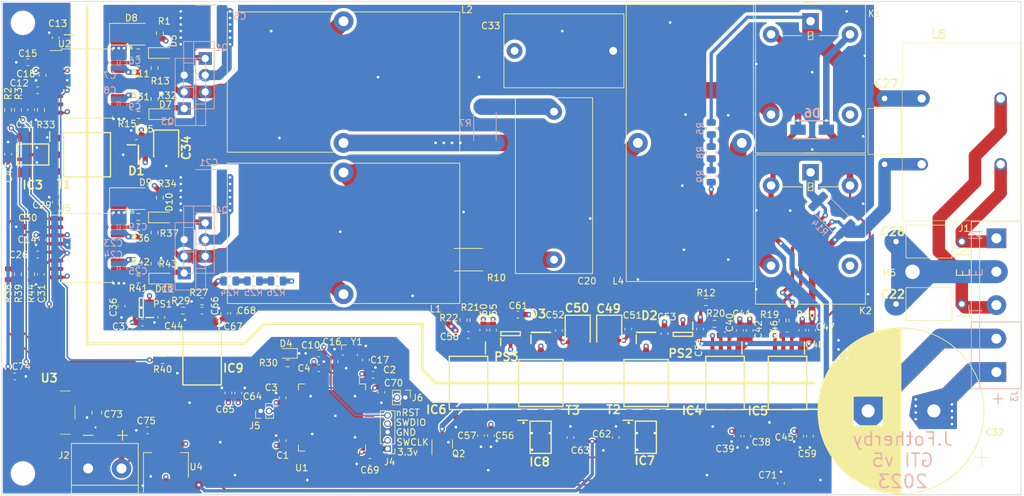
<source format=kicad_pcb>
(kicad_pcb (version 20211014) (generator pcbnew)
  (layers (0 "F.Cu" signal) (1 "In1.Cu" signal) (2 "In2.Cu" signal) (31 "B.Cu" signal) (34 "B.Paste" user) (35 "F.Paste" user) (36 "B.SilkS" user "B.Silkscreen") (37 "F.SilkS" user "F.Silkscreen") (38 "B.Mask" user) (39 "F.Mask" user) (44 "Edge.Cuts" user))
  (net 0 "")
  (net 1 "+3.3V")
  (net 2 "GNDD")
  (net 3 "VBUS")
  (net 4 "GND")
  (net 5 "/NRST")
  (net 6 "+5VD")
  (net 7 "Net-(C12-Pad1)")
  (net 8 "Net-(C13-Pad1)")
  (net 9 "Net-(C16-Pad1)")
  (net 10 "Net-(C17-Pad1)")
  (net 11 "Net-(C20-Pad1)")
  (net 12 "Earth")
  (net 13 "Net-(C15-Pad1)")
  (net 14 "Net-(D5-Pad1)")
  (net 15 "/Line_GND")
  (net 16 "PWM_Disable")
  (net 17 "Net-(C40-Pad2)")
  (net 18 "+5V_1")
  (net 19 "+5V")
  (net 20 "Net-(C46-Pad1)")
  (net 21 "Net-(C46-Pad2)")
  (net 22 "Net-(C53-Pad1)")
  (net 23 "+5V_2")
  (net 24 "Net-(C58-Pad1)")
  (net 25 "Net-(C58-Pad2)")
  (net 26 "Net-(C61-Pad1)")
  (net 27 "Net-(C66-Pad1)")
  (net 28 "Net-(C66-Pad2)")
  (net 29 "VCC")
  (net 30 "Net-(D1-Pad1)")
  (net 31 "Net-(D1-Pad2)")
  (net 32 "Net-(D2-Pad1)")
  (net 33 "Net-(D2-Pad2)")
  (net 34 "Net-(D3-Pad1)")
  (net 35 "Net-(D3-Pad2)")
  (net 36 "Net-(D7-Pad1)")
  (net 37 "/Out_B")
  (net 40 "Net-(D7-Pad2)")
  (net 41 "Net-(IC3-Pad1)")
  (net 43 "Net-(IC3-Pad8)")
  (net 44 "D1_Sigma_Delta")
  (net 45 "CLK_SigmaDelta")
  (net 46 "D2_Sigma_Delta")
  (net 47 "D3_Sigma_Delta")
  (net 48 "Net-(IC7-Pad1)")
  (net 50 "Net-(IC7-Pad8)")
  (net 51 "Net-(IC8-Pad1)")
  (net 53 "Net-(IC8-Pad8)")
  (net 54 "D4_Sigma_Delta")
  (net 55 "Net-(C6-Pad2)")
  (net 56 "Net-(K1-Pad3)")
  (net 58 "/Line_Isense")
  (net 60 "Net-(R5-Pad2)")
  (net 61 "/Cap_Isense")
  (net 62 "Net-(R8-Pad2)")
  (net 63 "/Line_Vsense")
  (net 64 "Net-(R24-Pad1)")
  (net 65 "Net-(R25-Pad1)")
  (net 73 "Net-(J5-Pad2)")
  (net 76 "Net-(R30-Pad1)")
  (net 78 "PWM_A_L")
  (net 81 "PWM_B_L")
  (net 90 "PWM_A_H")
  (net 91 "PWM_B_H")
  (net 93 "/Relay")
  (net 94 "/Relay_Ctrl")
  (net 95 "/SWCLK")
  (net 96 "/SWDIO")
  (net 104 "Net-(J6-Pad2)")
  (net 109 "Net-(C49-Pad1)")
  (net 110 "Net-(C36-Pad1)")
  (net 112 "Net-(C50-Pad1)")
  (net 113 "Net-(D4-Pad2)")
  (net 114 "Net-(C11-Pad2)")
  (net 115 "Net-(C29-Pad1)")
  (net 116 "Net-(C30-Pad1)")
  (net 117 "Net-(C31-Pad2)")
  (net 118 "Net-(C19-Pad1)")
  (net 119 "Net-(R35-Pad1)")
  (net 120 "Net-(R41-Pad1)")
  (net 124 "Net-(D5-Pad2)")
  (net 125 "Net-(D10-Pad1)")
  (net 126 "Net-(D10-Pad2)")
  (net 127 "Net-(D11-Pad1)")
  (net 128 "Net-(D11-Pad2)")
  (net 129 "Net-(R11-Pad2)")
  (net 130 "Net-(R15-Pad1)")
  (net 131 "+12V")
  (net 132 "Net-(D8-Pad2)")
  (net 133 "/VDDA_A")
  (net 134 "Net-(D9-Pad2)")
  (net 135 "/VDDA_B")
  (net 137 "Net-(K1-Pad1)")
  (net 138 "Net-(C28-Pad1)")
  (net 139 "Net-(K2-Pad3)")
  (net 140 "Net-(C22-Pad2)")
  (footprint "AP2210K-5.0TRG1:SOT95P282X130-5N" (layer "F.Cu") (at 127.4 100.5 90)
    (fp_text reference "PS3")
    (fp_text value "AP2210K-5.0TRG1" hide)
  )
  (footprint "Resistor_SMD:R_0603_1608Metric" (layer "F.Cu") (at 73.2775 89.83 -90)
    (fp_text reference "R43")
    (fp_text value "10K" hide)
  )
  (footprint "Capacitor_SMD:C_0603_1608Metric" (layer "F.Cu") (at 171.4 116.1 -90)
    (fp_text reference "C45")
    (fp_text value "100nF" hide)
  )
  (footprint "Capacitor_THT:CP_Radial_D25.0mm_P10.00mm_SnapIn" (layer "F.Cu") (at 191.75 112.25 180)
    (fp_text reference "C32")
    (fp_text value "470uF" hide)
  )
  (footprint "Capacitor_SMD:C_0603_1608Metric" (layer "F.Cu") (at 105.3875 104.5 90)
    (fp_text reference "C17")
    (fp_text value "20pF" hide)
  )
  (footprint "Package_TO_SOT_SMD:SOT-223-3_TabPin2" (layer "F.Cu") (at 75 120.5 90)
    (fp_text reference "U4")
    (fp_text value "NCP1117-3.3_SOT223" hide)
  )
  (footprint "Capacitor_THT:C_Rect_L26.5mm_W11.5mm_P22.50mm_MKS4" (layer "F.Cu") (at 134 66.75 -90)
    (fp_text reference "C20")
    (fp_text value "2.2uF" hide)
  )
  (footprint "MAX253CSA:SOIC127P600X175-8N" (layer "F.Cu") (at 147.9615 116.25)
    (fp_text reference "IC7")
    (fp_text value "MAX253CSA+" hide)
  )
  (footprint "Capacitor_SMD:C_0603_1608Metric" (layer "F.Cu") (at 159.975 100.75 180)
    (fp_text reference "C40")
    (fp_text value "10nF" hide)
  )
  (footprint "Capacitor_SMD:C_0603_1608Metric" (layer "F.Cu") (at 98.25 105.75)
    (fp_text reference "C4")
    (fp_text value "100nF" hide)
  )
  (footprint "Capacitor_SMD:C_0603_1608Metric" (layer "F.Cu") (at 54.5 66.475 90)
    (fp_text reference "C11")
    (fp_text value "10nF" hide)
  )
  (footprint "Resistor_SMD:R_0603_1608Metric" (layer "F.Cu") (at 77.6 97 180)
    (fp_text reference "R29")
    (fp_text value "1K" hide)
  )
  (footprint "760390014:760390015" (layer "F.Cu") (at 132 108 90)
    (fp_text reference "T3")
    (fp_text value "760390014" hide)
  )
  (footprint "SB05W05C:SOT95P250X135-3N" (layer "F.Cu") (at 132 100.3 90)
    (fp_text reference "D3")
    (fp_text value "SB05W05C-TB-E" hide)
  )
  (footprint "Inductor_THT:L_Toroid_Vertical_L35.1mm_W21.1mm_P18.50mm_Vishay_TJ6" (layer "F.Cu") (at 102 53)
    (fp_text reference "L2")
    (fp_text value "2mH" hide)
  )
  (footprint "MountingHole:MountingHole_3.2mm_M3" (layer "F.Cu") (at 201.75 121.75)
    (fp_text reference "H2" hide)
    (fp_text value "MountingHole" hide)
  )
  (footprint "Capacitor_SMD:C_0603_1608Metric" (layer "F.Cu") (at 54 59.25 180)
    (fp_text reference "C15")
    (fp_text value "22pF" hide)
  )
  (footprint "AP2210K-5.0TRG1:SOT95P282X130-5N" (layer "F.Cu") (at 153.6 100.6 -90)
    (fp_text reference "PS2")
    (fp_text value "AP2210K-5.0TRG1" hide)
  )
  (footprint "AZ1117CD-5.0TRG1:AZ1117CD50TRG1" (layer "F.Cu") (at 58.5 112.5 90)
    (fp_text reference "U3")
    (fp_text value "AZ1117-5.0" hide)
  )
  (footprint "Capacitor_SMD:C_0603_1608Metric" (layer "F.Cu") (at 162.25 100 90)
    (fp_text reference "C41")
    (fp_text value "1uF" hide)
  )
  (footprint "Capacitor_SMD:C_0603_1608Metric" (layer "F.Cu") (at 58.25 55.5 90)
    (fp_text reference "C13")
    (fp_text value "22pF" hide)
  )
  (footprint "Capacitor_SMD:C_0603_1608Metric" (layer "F.Cu") (at 106 120 180)
    (fp_text reference "C69")
    (fp_text value "100nF" hide)
  )
  (footprint "Capacitor_SMD:C_0603_1608Metric" (layer "F.Cu") (at 163.75 100 90)
    (fp_text reference "C42")
    (fp_text value "100nF" hide)
  )
  (footprint "595D226X9020:CAPPC3328X220N" (layer "F.Cu") (at 142.4 100.4 -90)
    (fp_text reference "C49")
    (fp_text value "22uF" hide)
  )
  (footprint "Connector_PinHeader_1.27mm:PinHeader_1x02_P1.27mm_Vertical" (layer "F.Cu") (at 111.4 110.2 -90)
    (fp_text reference "J6")
    (fp_text value "Conn_01x02_Male" hide)
  )
  (footprint "MountingHole:MountingHole_3.2mm_M3" (layer "F.Cu") (at 53.25 53.25)
    (fp_text reference "H3" hide)
    (fp_text value "MountingHole" hide)
  )
  (footprint "MAX253CSA:SOIC127P600X175-8N" (layer "F.Cu") (at 131.9615 116.25)
    (fp_text reference "IC8")
    (fp_text value "MAX253CSA+" hide)
  )
  (footprint "Capacitor_SMD:C_0603_1608Metric" (layer "F.Cu") (at 161.9 116.1 -90)
    (fp_text reference "C39")
    (fp_text value "100nF" hide)
  )
  (footprint "C901U222MZVDBA7317:C901U222MZVDBA7317" (layer "F.Cu") (at 184.25 74.75 90)
    (fp_text reference "C27")
    (fp_text value "2200pF" hide)
  )
  (footprint "Capacitor_SMD:C_0603_1608Metric" (layer "F.Cu") (at 55.5 88.475 180)
    (fp_text reference "C26")
    (fp_text value "22pF" hide)
  )
  (footprint "Capacitor_SMD:C_0603_1608Metric" (layer "F.Cu") (at 56.25 86.225 90)
    (fp_text reference "C14")
    (fp_text value "100nF" hide)
  )
  (footprint "Resistor_SMD:R_0603_1608Metric" (layer "F.Cu") (at 73.2775 64.83 -90)
    (fp_text reference "R32")
    (fp_text value "10K" hide)
  )
  (footprint "Capacitor_SMD:C_0603_1608Metric" (layer "F.Cu") (at 136.5 116.3 90)
    (fp_text reference "C63")
    (fp_text value "100nF" hide)
  )
  (footprint "Resistor_SMD:R_0603_1608Metric" (layer "F.Cu") (at 70.85 90.7 180)
    (fp_text reference "R42")
    (fp_text value "10R" hide)
  )
  (footprint "Resistor_SMD:R_0603_1608Metric" (layer "F.Cu") (at 121.75 98.43853 90)
    (fp_text reference "R21")
    (fp_text value "10R" hide)
  )
  (footprint "SB05W05C:SOT95P250X135-3N" (layer "F.Cu") (at 148 100.3 90)
    (fp_text reference "D2")
    (fp_text value "SB05W05C-TB-E" hide)
  )
  (footprint "Capacitor_SMD:C_0603_1608Metric" (layer "F.Cu") (at 71.45 98.8)
    (fp_text reference "C37")
    (fp_text value "2.2uF" hide)
  )
  (footprint "Package_SO:SOIC-16W_7.5x10.3mm_P1.27mm" (layer "F.Cu") (at 63 62.475)
    (fp_text reference "U2")
    (fp_text value "UCC21520ADW" hide)
  )
  (footprint "Resistor_SMD:R_0603_1608Metric" (layer "F.Cu") (at 120.25 98.43853 90)
    (fp_text reference "R22")
    (fp_text value "10R" hide)
  )
  (footprint "Capacitor_SMD:C_0603_1608Metric" (layer "F.Cu") (at 58.25 80.5 90)
    (fp_text reference "C29")
    (fp_text value "22pF" hide)
  )
  (footprint "Resistor_SMD:R_0603_1608Metric" (layer "F.Cu") (at 73.2775 60.13 90)
    (fp_text reference "R13")
    (fp_text value "10K" hide)
  )
  (footprint "Resistor_SMD:R_0603_1608Metric" (layer "F.Cu") (at 54.5 91.475 90)
    (fp_text reference "R44")
    (fp_text value "1K" hide)
  )
  (footprint "Resistor_SMD:R_0603_1608Metric" (layer "F.Cu") (at 170.25 98.5 90)
    (fp_text reference "R18")
    (fp_text value "10R" hide)
  )
  (footprint "C901U222MZVDBA7317:C901U222MZVDBA7317" (layer "F.Cu") (at 186 96)
    (fp_text reference "C22")
    (fp_text value "2200pF" hide)
  )
  (footprint "Resistor_SMD:R_0603_1608Metric" (layer "F.Cu") (at 70.8 84.3 180)
    (fp_text reference "R36")
    (fp_text value "10R" hide)
  )
  (footprint "Capacitor_SMD:C_0603_1608Metric" (layer "F.Cu") (at 150.8 100.5 90)
    (fp_text reference "C53")
    (fp_text value "100pF" hide)
  )
  (footprint "Resistor_SMD:R_0603_1608Metric" (layer "F.Cu") (at 74.0775 54.83 90)
    (fp_text reference "R1")
    (fp_text value "4.7R" hide)
  )
  (footprint "Package_SO:SOIC-16W_7.5x10.3mm_P1.27mm" (layer "F.Cu") (at 63 87.475)
    (fp_text reference "U5")
    (fp_text value "UCC21520ADW" hide)
  )
  (footprint "Capacitor_SMD:C_0603_1608Metric" (layer "F.Cu") (at 145.3 99.8 -90)
    (fp_text reference "C51")
    (fp_text value "100nF" hide)
  )
  (footprint "Capacitor_SMD:C_0603_1608Metric" (layer "F.Cu") (at 124.4 116 -90)
    (fp_text reference "C56")
    (fp_text value "1uF" hide)
  )
  (footprint "Capacitor_SMD:C_0603_1608Metric" (layer "F.Cu") (at 72.2 115.2 180)
    (fp_text reference "C75")
    (fp_text value "10uF" hide)
  )
  (footprint "Resistor_SMD:R_0603_1608Metric" (layer "F.Cu") (at 52.5 91.475 90)
    (fp_text reference "R39")
    (fp_text value "47R" hide)
  )
  (footprint "Resistor_SMD:R_0603_1608Metric" (layer "F.Cu") (at 74.0775 79.83 90)
    (fp_text reference "R34")
    (fp_text value "4.7R" hide)
  )
  (footprint "Capacitor_SMD:C_0603_1608Metric" (layer "F.Cu") (at 171.75 99.975 90)
    (fp_text reference "C48")
    (fp_text value "100nF" hide)
  )
  (footprint "Capacitor_SMD:C_0603_1608Metric" (layer "F.Cu") (at 124.725 99.95 90)
    (fp_text reference "C55")
    (fp_text value "2.2uF" hide)
  )
  (footprint "Relay_THT:Relay_SPDT_Omron-G5LE-1" (layer "F.Cu") (at 173 75.9725)
    (fp_text reference "K2")
    (fp_text value "G5LE-1" hide)
  )
  (footprint "Capacitor_SMD:C_0603_1608Metric" (layer "F.Cu") (at 168.5 123.25 90)
    (fp_text reference "C71")
    (fp_text value "1uF" hide)
  )
  (footprint "Capacitor_SMD:C_0603_1608Metric" (layer "F.Cu") (at 83.875 97.425 90)
    (fp_text reference "C67")
    (fp_text value "1uF" hide)
  )
  (footprint "760390014:760390015" (layer "F.Cu") (at 148 108 90)
    (fp_text reference "T2")
    (fp_text value "760390014" hide)
  )
  (footprint "Diode_SMD:D_MicroSMP" (layer "F.Cu") (at 74.55 67.13)
    (fp_text reference "D7")
    (fp_text value "MSS1P4" hide)
  )
  (footprint "Capacitor_SMD:C_0805_2012Metric" (layer "F.Cu") (at 64.5 112.5 -90)
    (fp_text reference "C73")
    (fp_text value "10uF" hide)
  )
  (footprint "Capacitor_SMD:C_0603_1608Metric" (layer "F.Cu") (at 56 91.475 90)
    (fp_text reference "C31")
    (fp_text value "10nF" hide)
  )
  (footprint "Resistor_SMD:R_0603_1608Metric" (layer "F.Cu") (at 51 91.475 90)
    (fp_text reference "R38")
    (fp_text value "47R" hide)
  )
  (footprint "Capacitor_SMD:C_0603_1608Metric" (layer "F.Cu") (at 51 73.2235 90)
    (fp_text reference "C43")
    (fp_text value "100nF" hide)
  )
  (footprint "Capacitor_SMD:C_0603_1608Metric" (layer "F.Cu") (at 84.5 109.5 90)
    (fp_text reference "C65")
    (fp_text value "100nF" hide)
  )
  (footprint "Package_TO_SOT_SMD:SOT-23" (layer "F.Cu") (at 117 117.25 90)
    (fp_text reference "Q2")
    (fp_text value "2N7002" hide)
  )
  (footprint "Diode_SMD:D_MicroSMP" (layer "F.Cu") (at 74.48 57.83)
    (fp_text reference "D5")
    (fp_text value "MSS1P4" hide)
  )
  (footprint "Capacitor_SMD:C_0603_1608Metric" (layer "F.Cu") (at 55.5 63.475 180)
    (fp_text reference "C12")
    (fp_text value "22pF" hide)
  )
  (footprint "Inductor_THT:L_Toroid_Vertical_L41.9mm_W19.1mm_P15.80mm_Vishay_TJ7" (layer "F.Cu") (at 146.75 71.5 90)
    (fp_text reference "L4")
    (fp_text value "470uH" hide)
  )
  (footprint "Diode_SMD:D_MicroSMP" (layer "F.Cu") (at 74.55 92.13)
    (fp_text reference "D11")
    (fp_text value "MSS1P4" hide)
  )
  (footprint "Capacitor_SMD:C_0603_1608Metric" (layer "F.Cu") (at 52 107)
    (fp_text reference "C74")
    (fp_text value "10uF" hide)
  )
  (footprint "744824622:WE-CMB_L5" (layer "F.Cu") (at 195.9 69.75 90)
    (fp_text reference "L5")
    (fp_text value "744824622" hide)
  )
  (footprint "Resistor_SMD:R_0603_1608Metric" (layer "F.Cu") (at 52.5 66.475 90)
    (fp_text reference "R3")
    (fp_text value "47R" hide)
  )
  (footprint "TerminalBlock:TerminalBlock_bornier-2_P5.08mm" (layer "F.Cu") (at 63.17 121)
    (fp_text reference "J2")
    (fp_text value "Screw_Terminal_01x02" hide)
  )
  (footprint "Resistor_SMD:R_0603_1608Metric" (layer "F.Cu") (at 93.5 105 180)
    (fp_text reference "R30")
    (fp_text value "4.7K" hide)
  )
  (footprint "Capacitor_SMD:C_0603_1608Metric" (layer "F.Cu") (at 92.75 110.25 90)
    (fp_text reference "C3")
    (fp_text value "100nF" hide)
  )
  (footprint "Crystal:Crystal_SMD_Abracon_ABM10-4Pin_2.5x2.0mm" (layer "F.Cu") (at 103 103.75)
    (fp_text reference "Y1")
    (fp_text value "Crystal_GND24" hide)
  )
  (footprint "Capacitor_SMD:C_0603_1608Metric" (layer "F.Cu") (at 70.5 70.5 180)
    (fp_text reference "C35")
    (fp_text value "100nF" hide)
  )
  (footprint "AMC1306:SOIC127P1150X280-8N" (layer "F.Cu") (at 80.5 104.25 -90)
    (fp_text reference "IC9")
    (fp_text value "AMC1306M25QDWVRQ1" hide)
  )
  (footprint "Capacitor_SMD:C_0603_1608Metric" (layer "F.Cu") (at 156.2 99.8 90)
    (fp_text reference "C54")
    (fp_text value "2.2uF" hide)
  )
  (footprint "Resistor_SMD:R_0603_1608Metric" (layer "F.Cu") (at 74.5 104.5 180)
    (fp_text reference "R40")
    (fp_text value "47R" hide)
  )
  (footprint "Capacitor_THT:C_Rect_L18.0mm_W11.0mm_P15.00mm_FKS3_FKP3" (layer "F.Cu") (at 128 57.5)
    (fp_text reference "C33")
    (fp_text value "2.2uF" hide)
  )
  (footprint "Capacitor_SMD:C_0603_1608Metric" (layer "F.Cu") (at 128.5 97.6)
    (fp_text reference "C61")
    (fp_text value "100pF" hide)
  )
  (footprint "Capacitor_SMD:C_0603_1608Metric" (layer "F.Cu") (at 163.4 116.1 -90)
    (fp_text reference "C38")
    (fp_text value "1uF" hide)
  )
  (footprint "Resistor_SMD:R_0603_1608Metric" (layer "F.Cu") (at 70.8 59.3 180)
    (fp_text reference "R11")
    (fp_text value "10R" hide)
  )
  (footprint "Resistor_SMD:R_0603_1608Metric" (layer "F.Cu") (at 70.85 65.7 180)
    (fp_text reference "R31")
    (fp_text value "10R" hide)
  )
  (footprint "Capacitor_SMD:C_0603_1608Metric" (layer "F.Cu") (at 123.25 99.95 90)
    (fp_text reference "C60")
    (fp_text value "100nF" hide)
  )
  (footprint "Capacitor_SMD:C_0603_1608Metric" (layer "F.Cu") (at 107.75 109.4 -90)
    (fp_text reference "C70")
    (fp_text value "100nF" hide)
  )
  (footprint "Package_QFP:LQFP-64_10x10mm_P0.5mm" (layer "F.Cu") (at 100.25 113.25 -90)
    (fp_text reference "U1")
    (fp_text value "STM32L475RCTx" hide)
  )
  (footprint "Capacitor_SMD:C_0603_1608Metric" (layer "F.Cu") (at 172.9 116.1 -90)
    (fp_text reference "C59")
    (fp_text value "1uF")
  )
  (footprint "Capacitor_SMD:C_0603_1608Metric" (layer "F.Cu") (at 98.25 103.5 180)
    (fp_text reference "C10")
    (fp_text value "100nF" hide)
  )
  (footprint "Resistor_SMD:R_0603_1608Metric" (layer "F.Cu") (at 168.75 98.5 90)
    (fp_text reference "R19")
    (fp_text value "10R" hide)
  )
  (footprint "Capacitor_SMD:C_0603_1608Metric" (layer "F.Cu") (at 134.75 100.025 -90)
    (fp_text reference "C52")
    (fp_text value "100nF" hide)
  )
  (footprint "AP2210K-5.0TRG1:SOT95P282X130-5N" (layer "F.Cu") (at 71.25 96.55 180)
    (fp_text reference "PS1")
    (fp_text value "AP2210K-5.0TRG1" hide)
  )
  (footprint "Resistor_SMD:R_0603_1608Metric" (layer "F.Cu") (at 51 66.475 90)
    (fp_text reference "R2")
    (fp_text value "47R" hide)
  )
  (footprint "C901U222MZVDBA7317:C901U222MZVDBA7317" (layer "F.Cu") (at 196 86.5 180)
    (fp_text reference "C28")
    (fp_text value "2200pF" hide)
  )
  (footprint "SB05W05C:SOT95P250X135-3N" (layer "F.Cu") (at 70.8125 73.3)
    (fp_text reference "D1")
    (fp_text value "SB05W05C-TB-E" hide)
  )
  (footprint "AMC1306:SOIC127P1150X280-8N" (layer "F.Cu") (at 169.5 108 -90)
    (fp_text reference "IC5")
    (fp_text value "AMC1306M25QDWVRQ1" hide)
  )
  (footprint "Capacitor_SMD:C_0603_1608Metric" (layer "F.Cu") (at 85.325 97.425 90)
    (fp_text reference "C68")
    (fp_text value "100nF" hide)
  )
  (footprint "Capacitor_SMD:C_0603_1608Metric" (layer "F.Cu") (at 173.25 99.975 90)
    (fp_text reference "C47")
    (fp_text value "1uF" hide)
  )
  (footprint "Resistor_SMD:R_0603_1608Metric" (layer "F.Cu") (at 70.8 82.75)
    (fp_text reference "R35")
    (fp_text value "2.2R" hide)
  )
  (footprint "Diode_SMD:D_SMA" (layer "F.Cu") (at 69.8275 54.975)
    (fp_text reference "D8")
    (fp_text value "512-ES1J" hide)
  )
  (footprint "AMC1306:SOIC127P1150X280-8N" (layer "F.Cu") (at 121 108 -90)
    (fp_text reference "IC6")
    (fp_text value "AMC1306M25QDWVRQ1" hide)
  )
  (footprint "Resistor_SMD:R_0603_1608Metric" (layer "F.Cu") (at 158.4 99 180)
    (fp_text reference "R20")
    (fp_text value "1K" hide)
  )
  (footprint "Resistor_SMD:R_0603_1608Metric" (layer "F.Cu") (at 70.85 67.25)
    (fp_text reference "R15")
    (fp_text value "2.2R" hide)
  )
  (footprint "Capacitor_SMD:C_0603_1608Metric" (layer "F.Cu") (at 100.6375 104.75 90)
    (fp_text reference "C16")
    (fp_text value "20pF" hide)
  )
  (footprint "Capacitor_SMD:C_0603_1608Metric" (layer "F.Cu") (at 54 84.25 180)
    (fp_text reference "C30")
    (fp_text value "22pF" hide)
  )
  (footprint "Connector_PinHeader_1.27mm:PinHeader_1x02_P1.27mm_Vertical" (layer "F.Cu") (at 89.4 112.25 90)
    (fp_text reference "J5")
    (fp_text value "Conn_01x02_Male" hide)
  )
  (footprint "LED_SMD:LED_0603_1608Metric" (layer "F.Cu") (at 93.49 103.5 180)
    (fp_text reference "D4")
    (fp_text value "LED" hide)
  )
  (footprint "Relay_THT:Relay_SPDT_Omron-G5LE-1" (layer "F.Cu") (at 173 53)
    (fp_text reference "K1")
    (fp_text value "G5LE-1" hide)
  )
  (footprint "Capacitor_SMD:C_0603_1608Metric" (layer "F.Cu") (at 169.475 100.75 180)
    (fp_text reference "C46")
    (fp_text value "10nF" hide)
  )
  (footprint "Inductor_THT:L_Toroid_Vertical_L35.1mm_W21.1mm_P18.50mm_Vishay_TJ6" (layer "F.Cu") (at 102 94.5 180)
    (fp_text reference "L1")
    (fp_text value "2mH" hide)
  )
  (footprint "Resistor_SMD:R_0603_1608Metric" (layer "F.Cu") (at 70.85 92.25)
    (fp_text reference "R41")
    (fp_text value "2.2R" hide)
  )
  (footprint "Resistor_SMD:R_2512_6332Metric" (layer "F.Cu") (at 121 89.25 180)
    (fp_text reference "R10")
    (fp_text value "50mR" hide)
  )
  (footprint "Capacitor_SMD:C_0603_1608Metric" (layer "F.Cu") (at 122.9 116 -90)
    (fp_text reference "C57")
    (fp_text value "100nF" hide)
  )
  (footprint "Resistor_SMD:R_0603_1608Metric" (layer "F.Cu") (at 157.1 95.7 180)
    (fp_text reference "R12")
    (fp_text value "1K" hide)
  )
  (footprint "Resistor_SMD:R_0603_1608Metric" (layer "F.Cu") (at 80.5 95.6 180)
    (fp_text reference "R27")
    (fp_text value "1K" hide)
  )
  (footprint "Capacitor_SMD:C_0603_1608Metric" (layer "F.Cu") (at 92.75 116.75 90)
    (fp_text reference "C1")
    (fp_text value "100nF" hide)
  )
  (footprint "Connector_PinHeader_1.27mm:PinHeader_1x05_P1.27mm_Vertical" (layer "F.Cu") (at 108.7 118 180)
    (fp_text reference "J4")
    (fp_text value "Conn_01x05_Male" hide)
  )
  (footprint "Capacitor_SMD:C_0603_1608Metric" (layer "F.Cu") (at 68.25 96.3 -90)
    (fp_text reference "C36")
    (fp_text value "100pF" hide)
  )
  (footprint "595D226X9020:CAPPC3328X220N" (layer "F.Cu") (at 75.036 72.25 -90)
    (fp_text reference "C34")
    (fp_text value "22uF" hide)
  )
  (footprint "Capacitor_SMD:C_0603_1608Metric" (layer "F.Cu") (at 143.4 116.3 90)
    (fp_text reference "C62")
    (fp_text value "100nF" hide)
  )
  (footprint "Diode_SMD:D_MicroSMP" (layer "F.Cu") (at 74.48 82.83)
    (fp_text reference "D10")
    (fp_text value "MSS1P4" hide)
  )
  (footprint "Capacitor_SMD:C_0603_1608Metric" (layer "F.Cu") (at 106.5 106.75)
    (fp_text reference "C2")
    (fp_text value "100nF" hide)
  )
  (footprint "Capacitor_SMD:C_0603_1608Metric" (layer "F.Cu") (at 74.3 98.025 -90)
    (fp_text reference "C44")
    (fp_text value "100nF" hide)
  )
  (footprint "MAX253CSA:SOIC127P600X175-8N" (layer "F.Cu") (at 54.75 73.2615 -90)
    (fp_text reference "IC3")
    (fp_text value "MAX253CSA+" hide)
  )
  (footprint "Capacitor_SMD:C_0603_1608Metric" (layer "F.Cu") (at 120.975 100.7 180)
    (fp_text reference "C58")
    (fp_text value "10nF" hide)
  )
  (footprint "MountingHole:MountingHole_3.2mm_M3" (layer "F.Cu") (at 201.75 53.25)
    (fp_text reference "H4" hide)
    (fp_text value "MountingHole" hide)
  )
  (footprint "MountingHole:MountingHole_2.2mm_M2_Pad" (layer "F.Cu") (at 188.5 91.1)
    (fp_text reference "H5")
    (fp_text value "MountingHole_Pad" hide)
  )
  (footprint "Resistor_SMD:R_0603_1608Metric" (layer "F.Cu") (at 56 66.475 90)
    (fp_text reference "R33")
    (fp_text value "1K" hide)
  )
  (footprint "Resistor_SMD:R_0603_1608Metric" (layer "F.Cu") (at 70.8 57.75)
    (fp_text reference "R6")
    (fp_text value "2.2R" hide)
  )
  (footprint "760390014:760390015" (layer "F.Cu") (at 63 73.3)
    (fp_text reference "T1")
    (fp_text value "760390014" hide)
  )
  (footprint "AMC1306:SOIC127P1150X280-8N" (layer "F.Cu") (at 160 108 -90)
    (fp_text reference "IC4")
    (fp_text value "AMC1306M25QDWVRQ1" hide)
  )
  (footprint "Capacitor_SMD:C_0603_1608Metric" (layer "F.Cu") (at 56.25 61.225 90)
    (fp_text reference "C18")
    (fp_text value "100nF" hide)
  )
  (footprint "Resistor_SMD:R_0603_1608Metric" (layer "F.Cu") (at 73.2775 85.13 90)
    (fp_text reference "R37")
    (fp_text value "10K" hide)
  )
  (footprint "Capacitor_SMD:C_0603_1608Metric" (layer "F.Cu") (at 86 109.5 90)
    (fp_text reference "C64")
    (fp_text value "1uF" hide)
  )
  (footprint "TerminalBlock:TerminalBlock_bornier-3_P5.08mm" (layer "F.Cu") (at 201.25 86 -90)
    (fp_text reference "J1")
    (fp_text value "Screw_Terminal_01x03" hide)
  )
  (footprint "595D226X9020:CAPPC3328X220N" (layer "F.Cu") (at 137.6 100.4 -90)
    (fp_text reference "C50")
    (fp_text value "22uF" hide)
  )
  (footprint "Capacitor_SMD:C_0603_1608Metric" (layer "F.Cu") (at 80.475 97 180)
    (fp_text reference "C66")
    (fp_text value "10nF" hide)
  )
  (footprint "MountingHole:MountingHole_3.2mm_M3" (layer "F.Cu") (at 53.25 121.75)
    (fp_text reference "H1" hide)
    (fp_text value "MountingHole" hide)
  )
  (footprint "Diode_SMD:D_SMA" (layer "F.Cu") (at 69.8275 79.975)
    (fp_text reference "D9")
    (fp_text value "512-ES1J" hide)
  )
  (footprint "Capacitor_SMD:C_0603_1608Metric" (layer "B.Cu") (at 67.1075 65.645 -90)
    (fp_text reference "C8")
    (fp_text value "2.2uF")
  )
  (footprint "Resistor_SMD:R_0805_2012Metric" (layer "B.Cu") (at 91.9 92.5 180)
    (fp_text reference "R26")
    (fp_text value "470K" hide)
  )
  (footprint "TerminalBlock:TerminalBlock_bornier-2_P5.08mm" (layer "B.Cu") (at 201.25 106.34 90)
    (fp_text reference "J3")
    (fp_text value "Screw_Terminal_01x02" hide)
  )
  (footprint "Package_TO_SOT_THT:TO-220-3_Vertical" (layer "B.Cu") (at 77.7775 91.285 90)
    (fp_text reference "Q5")
    (fp_text value "BUZ11" hide)
  )
  (footprint "Resistor_SMD:R_2512_6332Metric" (layer "B.Cu") (at 176.25 82.5 -45)
    (fp_text reference "R14")
    (fp_text value "20mR" hide)
  )
  (footprint "Resistor_SMD:R_0805_2012Metric" (layer "B.Cu") (at 84.7 92.5 180)
    (fp_text reference "R24")
    (fp_text value "470K" hide)
  )
  (footprint "Resistor_SMD:R_0805_2012Metric" (layer "B.Cu") (at 157.9 69.3125 -90)
    (fp_text reference "R5")
    (fp_text value "470K" hide)
  )
  (footprint "Capacitor_SMD:C_0603_1608Metric" (layer "B.Cu") (at 67.1075 59.3 -90)
    (fp_text reference "C7")
    (fp_text value "2.2uF" hide)
  )
  (footprint "Capacitor_SMD:C_0603_1608Metric" (layer "B.Cu") (at 67.1075 90.645 90)
    (fp_text reference "C24")
    (fp_text value "100nF" hide)
  )
  (footprint "Capacitor_SMD:C_0603_1608Metric" (layer "B.Cu") (at 68.5475 90.645 -90)
    (fp_text reference "C25")
    (fp_text value "2.2uF" hide)
  )
  (footprint "Resistor_SMD:R_0805_2012Metric" (layer "B.Cu") (at 88.3 92.5 180)
    (fp_text reference "R25")
    (fp_text value "470K" hide)
  )
  (footprint "Capacitor_SMD:C_0603_1608Metric" (layer "B.Cu") (at 68.5475 84.3 90)
    (fp_text reference "C19")
    (fp_text value "100nF" hide)
  )
  (footprint "Capacitor_SMD:C_0603_1608Metric" (layer "B.Cu") (at 68.5475 59.3 -90)
    (fp_text reference "C6")
    (fp_text value "100nF" hide)
  )
  (footprint "Capacitor_SMD:C_2225_5664Metric" (layer "B.Cu") (at 81 78.845 180)
    (fp_text reference "C21")
    (fp_text value "0.47uF" hide)
  )
  (footprint "Resistor_SMD:R_2512_6332Metric" (layer "B.Cu") (at 123.5 69 90)
    (fp_text reference "R7")
    (fp_text value "6.8R" hide)
  )
  (footprint "Resistor_SMD:R_0805_2012Metric" (layer "B.Cu") (at 157.9 76.5625 -90)
    (fp_text reference "R9")
    (fp_text value "470K" hide)
  )
  (footprint "Capacitor_SMD:C_2225_5664Metric" (layer "B.Cu") (at 81 53.845 180)
    (fp_text reference "C5")
    (fp_text value "0.47uF" hide)
  )
  (footprint "Package_TO_SOT_THT:TO-220-3_Vertical" (layer "B.Cu") (at 77.7775 66.285 90)
    (fp_text reference "Q3")
    (fp_text value "BUZ11" hide)
  )
  (footprint "Package_TO_SOT_THT:TO-220-3_Vertical" (layer "B.Cu") (at 80.9725 83.665 -90)
    (fp_text reference "Q4")
    (fp_text value "BUZ11" hide)
  )
  (footprint "Resistor_SMD:R_0805_2012Metric" (layer "B.Cu") (at 157.9 72.975 -90)
    (fp_text reference "R8")
    (fp_text value "470K" hide)
  )
  (footprint "Capacitor_SMD:C_0603_1608Metric" (layer "B.Cu") (at 68.5475 65.645 90)
    (fp_text reference "C9")
    (fp_text value "100nF")
  )
  (footprint "Capacitor_SMD:C_0603_1608Metric" (layer "B.Cu") (at 67.1075 84.3 -90)
    (fp_text reference "C23")
    (fp_text value "2.2uF" hide)
  )
  (footprint "ES1J:DIOM5227X250N" (layer "B.Cu") (at 173.25 69.5)
    (fp_text reference "D6")
    (fp_text value "DIODE" hide)
  )
  (footprint "Package_TO_SOT_THT:TO-220-3_Vertical" (layer "B.Cu") (at 80.9725 58.665 -90)
    (fp_text reference "Q1")
    (fp_text value "BUZ11" hide)
  )
  (gr_line (start 87 102) (end 90 99) (layer "F.SilkS") (width 0.4))
  (gr_line (start 90 99) (end 114 99) (layer "F.SilkS") (width 0.4))
  (gr_line (start 116 108) (end 173.51 108) (layer "F.SilkS") (width 0.4))
  (gr_line (start 63 102) (end 63 50.75) (layer "F.SilkS") (width 0.4))
  (gr_line (start 63 102) (end 87 102) (layer "F.SilkS") (width 0.4))
  (gr_line (start 114 99) (end 114 106) (layer "F.SilkS") (width 0.4))
  (gr_line (start 114 106) (end 116 108) (layer "F.SilkS") (width 0.4))
  (gr_rect (start 50 50) (end 205 125) (layer "Edge.Cuts") (width 0.1) (fill none))
  (gr_text "L   E   N" (at 198 91 270) (layer "B.SilkS") (effects (font (size 2 1.75)) (justify mirror)))
  (gr_text "J.Fotherby\nGTI v5\n2023" (at 187 119.75) (layer "B.SilkS") (effects (font (size 2 2) (thickness 0.25)) (justify mirror)))
  (gr_text "+" (at 201.5 110.25) (layer "B.SilkS") (effects (font (size 2 2)) (justify mirror)))
  (gr_text "3.3v" (at 111.75 118.5) (layer "F.SilkS") (effects (font (size 1 1))))
  (gr_text "-" (at 63.2 115.8) (layer "F.SilkS") (effects (font (size 2 2))))
  (gr_text "E" (at 196.25 91.25 -270) (layer "F.SilkS") (effects (font (size 2 1.75))))
  (gr_text "+" (at 68.4 115.8) (layer "F.SilkS") (effects (font (size 2 2))))
  (gr_text "-" (at 60.3 54.905) (layer "F.SilkS") (effects (font (size 2 2))))
  (gr_text "N" (at 196.25 88 -270) (layer "F.SilkS") (effects (font (size 2 1.75))))
  (gr_text "nRST" (at 111.75 112.5) (layer "F.SilkS") (effects (font (size 1 1))))
  (gr_text "L" (at 196.25 97.5 -270) (layer "F.SilkS") (effects (font (size 2 1.75))))
  (gr_text "SWDIO" (at 112.25 114) (layer "F.SilkS") (effects (font (size 1 1))))
  (gr_text "GND" (at 111.5 115.5) (layer "F.SilkS") (effects (font (size 1 1))))
  (gr_text "SWCLK" (at 112.5 117) (layer "F.SilkS") (effects (font (size 1 1))))
  (gr_text "+" (at 201.5 110.25) (layer "F.SilkS") (effects (font (size 2 2))))
  (segment (start 106.775 118.375) (end 106.7 118.3) (width 0.4) (layer "F.Cu") (net 1))
  (segment (start 59.83 91.92) (end 58.35 91.92) (width 0.4) (layer "F.Cu") (net 1))
  (segment (start 106.675 108.75) (end 105.925 109.5) (width 0.25) (layer "F.Cu") (net 1))
  (segment (start 122.905 113.325) (end 122.905 115.22) (width 0.5) (layer "F.Cu") (net 1))
  (segment (start 104 107.575) (end 104 107.4) (width 0.25) (layer "F.Cu") (net 1))
  (segment (start 83.105 110.275) (end 82.405 109.575) (width 0.5) (layer "F.Cu") (net 1))
  (segment (start 58.35 60.57) (end 59.905 60.57) (width 0.4) (layer "F.Cu") (net 1))
  (segment (start 91.75 117.5) (end 92.725 117.5) (width 0.8) (layer "F.Cu") (net 1))
  (segment (start 56.2 60.5) (end 56.25 60.45) (width 0.4) (layer "F.Cu") (net 1))
  (segment (start 93.275 110.5) (end 92.75 111.025) (width 0.25) (layer "F.Cu") (net 1))
  (segment (start 106.7 118.3) (end 104.95 118.3) (width 0.8) (layer "F.Cu") (net 1))
  (segment (start 170.5 115.325) (end 171.4 115.325) (width 0.8) (layer "F.Cu") (net 1))
  (segment (start 91.75 111) (end 92.725 111) (width 0.8) (layer "F.Cu") (net 1))
  (segment (start 124.4 115.225) (end 122.9 115.225) (width 0.8) (layer "F.Cu") (net 1))
  (segment (start 161.9 115.325) (end 163.4 115.325) (width 0.8) (layer "F.Cu") (net 1))
  (segment (start 171.405 113.325) (end 171.405 115.18) (width 0.5) (layer "F.Cu") (net 1))
  (segment (start 92.725 117.5) (end 92.75 117.525) (width 0.25) (layer "F.Cu") (net 1))
  (segment (start 72.975 115.325) (end 75 117.35) (width 0.8) (layer "F.Cu") (net 1))
  (segment (start 84.5 110.275) (end 86 110.275) (width 0.8) (layer "F.Cu") (net 1))
  (segment (start 75.1 117.25) (end 75 117.35) (width 0.8) (layer "F.Cu") (net 1))
  (segment (start 97.5 104.75) (end 97.5 105.725) (width 0.8) (layer "F.Cu") (net 1))
  (segment (start 171.405 115.18) (end 171.475 115.25) (width 0.5) (layer "F.Cu") (net 1))
  (segment (start 56.37 85.57) (end 56.25 85.45) (width 0.4) (layer "F.Cu") (net 1))
  (segment (start 78 117.25) (end 75.1 117.25) (width 0.8) (layer "F.Cu") (net 1))
  (segment (start 104.775 106.75) (end 105.725 106.75) (width 0.2) (layer "F.Cu") (net 1))
  (segment (start 108.7 118) (end 107 118) (width 0.8) (layer "F.Cu") (net 1))
  (segment (start 104.325 118.925) (end 104 118.925) (width 0.25) (layer "F.Cu") (net 1))
  (segment (start 59.83 66.92) (end 58.35 66.92) (width 0.32) (layer "F.Cu") (net 1))
  (segment (start 105.575 106.6) (end 104.8 106.6) (width 0.8) (layer "F.Cu") (net 1))
  (segment (start 124.4 115.225) (end 124.4 114.3) (width 0.8) (layer "F.Cu") (net 1))
  (segment (start 106.775 120) (end 106.775 118.375) (width 0.4) (layer "F.Cu") (net 1))
  (segment (start 106.75 108.75) (end 106.675 108.75) (width 0.25) (layer "F.Cu") (net 1))
  (segment (start 55.25 85.5) (end 56.2 85.5) (width 0.4) (layer "F.Cu") (net 1))
  (segment (start 98 107.575) (end 98 106.275) (width 0.25) (layer "F.Cu") (net 1))
  (segment (start 86 110.275) (end 86 111) (width 0.8) (layer "F.Cu") (net 1))
  (segment (start 58.35 85.57) (end 56.37 85.57) (width 0.4) (layer "F.Cu") (net 1))
  (segment (start 104.95 118.3) (end 104.75 118.5) (width 0.8) (layer "F.Cu") (net 1))
  (segment (start 84.5 110.275) (end 84.5 111) (width 0.8) (layer "F.Cu") (net 1))
  (segment (start 171.4 115.325) (end 172.9 115.325) (width 0.8) (layer "F.Cu") (net 1))
  (segment (start 106.75 108.75) (end 106.875 108.625) (width 0.8) (layer "F.Cu") (net 1))
  (segment (start 60 66.75) (end 59.83 66.92) (width 0.32) (layer "F.Cu") (net 1))
  (segment (start 105.725 106.75) (end 105.575 106.6) (width 0.8) (layer "F.Cu") (net 1))
  (segment (start 56.37 60.57) (end 56.25 60.45) (width 0.4) (layer "F.Cu") (net 1))
  (segment (start 98 106.275) (end 97.475 105.75) (width 0.25) (layer "F.Cu") (net 1))
  (segment (start 75 123.65) (end 75 122.25) (width 0.8) (layer "F.Cu") (net 1))
  (segment (start 56.2 85.5) (end 56.25 85.45) (width 0.4) (layer "F.Cu") (net 1))
  (segment (start 97.5 105.725) (end 97.475 105.75) (width 0.25) (layer "F.Cu") (net 1))
  (segment (start 72.975 115.2) (end 72.975 115.325) (width 0.8) (layer "F.Cu") (net 1))
  (segment (start 58.35 60.57) (end 56.37 60.57) (width 0.4) (layer "F.Cu") (net 1))
  (segment (start 94.575 117) (end 93.275 117) (width 0.25) (layer "F.Cu") (net 1))
  (segment (start 161.905 113.325) (end 161.905 115.32) (width 0.5) (layer "F.Cu") (net 1))
  (segment (start 161.9 115.325) (end 161 115.325) (width 0.8) (layer "F.Cu") (net 1))
  (segment (start 107 118) (end 106.7 118.3) (width 0.8) (layer "F.Cu") (net 1))
  (segment (start 84.5 110.275) (end 83.105 110.275) (width 0.5) (layer "F.Cu") (net 1))
  (segment (start 55.25 60.5) (end 56.2 60.5) (width 0.4) (layer "F.Cu") (net 1))
  (segment (start 58.35 85.57) (end 59.905 85.57) (width 0.4) (layer "F.Cu") (net 1))
  (segment (start 104 107.4) (end 104.8 106.6) (width 0.25) (layer "F.Cu") (net 1))
  (segment (start 106.875 108.625) (end 107.75 108.625) (width 0.8) (layer "F.Cu") (net 1))
  (segment (start 59.905 85.57) (end 60 85.475) (width 0.4) (layer "F.Cu") (net 1))
  (segment (start 60 91.75) (end 59.83 91.92) (width 0.4) (layer "F.Cu") (net 1))
  (segment (start 122.905 115.22) (end 122.9 115.225) (width 0.25) (layer "F.Cu") (net 1))
  (segment (start 94.575 110.5) (end 93.275 110.5) (width 0.25) (layer "F.Cu") (net 1))
  (segment (start 59.905 60.57) (end 60 60.475) (width 0.4) (layer "F.Cu") (net 1))
  (segment (start 92.725 111) (end 92.75 111.025) (width 0.25) (layer "F.Cu") (net 1))
  (segment (start 93.275 117) (end 92.75 117.525) (width 0.25) (layer "F.Cu") (net 1))
  (segment (start 104.75 118.5) (end 104.325 118.925) (width 0.25) (layer "F.Cu") (net 1))
  (via (at 60 91.75) (size 0.8) (drill 0.4) (layers "F.Cu" "B.Cu") (net 1))
  (via (at 60 66.75) (size 0.8) (drill 0.4) (layers "F.Cu" "B.Cu") (net 1))
  (via (at 104.8 106.6) (size 0.8) (drill 0.4) (layers "F.Cu" "B.Cu") (net 1))
  (via (at 161 115.325) (size 0.8) (drill 0.4) (layers "F.Cu" "B.Cu") (net 1))
  (via (at 84.5 111) (size 0.8) (drill 0.4) (layers "F.Cu" "B.Cu") (net 1))
  (via (at 78 117.25) (size 0.8) (drill 0.4) (layers "F.Cu" "B.Cu") (net 1))
  (via (at 170.5 115.325) (size 0.8) (drill 0.4) (layers "F.Cu" "B.Cu") (net 1))
  (via (at 104.75 118.5) (size 0.8) (drill 0.4) (layers "F.Cu" "B.Cu") (net 1))
  (via (at 106.75 108.75) (size 0.8) (drill 0.4) (layers "F.Cu" "B.Cu") (net 1))
  (via (at 55.25 60.5) (size 0.8) (drill 0.4) (layers "F.Cu" "B.Cu") (net 1))
  (via (at 75 122.25) (size 0.8) (drill 0.4) (layers "F.Cu" "B.Cu") (net 1))
  (via (at 97.5 104.75) (size 0.8) (drill 0.4) (layers "F.Cu" "B.Cu") (net 1))
  (via (at 86 111) (size 0.8) (drill 0.4) (layers "F.Cu" "B.Cu") (net 1))
  (via (at 60 85.475) (size 0.8) (drill 0.4) (layers "F.Cu" "B.Cu") (net 1))
  (via (at 91.75 117.5) (size 0.8) (drill 0.4) (layers "F.Cu" "B.Cu") (net 1))
  (via (at 91.75 111) (size 0.8) (drill 0.4) (layers "F.Cu" "B.Cu") (net 1))
  (via (at 55.25 85.5) (size 0.8) (drill 0.4) (layers "F.Cu" "B.Cu") (net 1))
  (via (at 124.4 114.3) (size 0.8) (drill 0.4) (layers "F.Cu" "B.Cu") (net 1))
  (via (at 60 60.475) (size 0.8) (drill 0.4) (layers "F.Cu" "B.Cu") (net 1))
  (segment (start 55.25 62) (end 56.25 62) (width 0.4) (layer "F.Cu") (net 2))
  (segment (start 130.655 118.155) (end 129.2495 118.155) (width 0.5) (layer "F.Cu") (net 2))
  (segment (start 124.4 116.775) (end 125.275 116.775) (width 0.8) (layer "F.Cu") (net 2))
  (segment (start 52.845 70.5495) (end 51.824 70.5495) (width 0.5) (layer "F.Cu") (net 2))
  (segment (start 55.25 68) (end 54.5 67.25) (width 0.8) (layer "F.Cu") (net 2))
  (segment (start 119.095 114.705) (end 119.095 113.325) (width 0.5) (layer "F.Cu") (net 2))
  (segment (start 56.41 86.84) (end 56.25 87) (width 0.4) (layer "F.Cu") (net 2))
  (segment (start 103.625 103.1125) (end 103.625 102.925) (width 0.25) (layer "F.Cu") (net 2))
  (segment (start 161.9 116.875) (end 161.025 116.875) (width 0.8) (layer "F.Cu") (net 2))
  (segment (start 55.25 93) (end 55.2 93) (width 0.8) (layer "F.Cu") (net 2))
  (segment (start 55.25 87) (end 56.25 87) (width 0.4) (layer "F.Cu") (net 2))
  (segment (start 54.725 63.475) (end 54.725 62.525) (width 0.4) (layer "F.Cu") (net 2))
  (segment (start 92.725 109.5) (end 92.75 109.475) (width 0.25) (layer "F.Cu") (net 2))
  (segment (start 136.5 115.525) (end 136.5 114.6) (width 0.8) (layer "F.Cu") (net 2))
  (segment (start 61.925 114.8) (end 63.15 114.8) (width 0.8) (layer "F.Cu") (net 2))
  (segment (start 171.4 116.875) (end 172.9 116.875) (width 0.8) (layer "F.Cu") (net 2))
  (segment (start 102.375 104.575) (end 102.375 105.725201) (width 0.8) (layer "F.Cu") (net 2))
  (segment (start 64.5 113.45) (end 63.2 113.45) (width 1) (layer "F.Cu") (net 2))
  (segment (start 117.95 117) (end 117.95 118.1875) (width 0.5) (layer "F.Cu") (net 2))
  (segment (start 158.130378 114.630378) (end 158.095 114.595) (width 0.5) (layer "F.Cu") (net 2))
  (segment (start 71.55 123.65) (end 71.5 123.6) (width 0.8) (layer "F.Cu") (net 2))
  (segment (start 91.75 116) (end 92.725 116) (width 0.8) (layer "F.Cu") (net 2))
  (segment (start 95.25 103.5) (end 94.2775 103.5) (width 0.8) (layer "F.Cu") (net 2))
  (segment (start 99 104.75) (end 99 105.725) (width 0.8) (layer "F.Cu") (net 2))
  (segment (start 63.17 121) (end 63.17 116.045) (width 2.5) (layer "F.Cu") (net 2))
  (segment (start 59.865 61.84) (end 60 61.975) (width 0.4) (layer "F.Cu") (net 2))
  (segment (start 59.865 86.84) (end 60 86.975) (width 0.4) (layer "F.Cu") (net 2))
  (segment (start 161.025 116.875) (end 161 116.9) (width 0.8) (layer "F.Cu") (net 2))
  (segment (start 170.5 116.9) (end 170.525 116.875) (width 0.8) (layer "F.Cu") (net 2))
  (segment (start 58.35 61.84) (end 59.865 61.84) (width 0.4) (layer "F.Cu") (net 2))
  (segment (start 134.6735 115.615) (end 136.41 115.615) (width 0.5) (layer "F.Cu") (net 2))
  (segment (start 107.75 110.275) (end 107.475 110) (width 0.25) (layer "F.Cu") (net 2))
  (segment (start 104 120.2995) (end 103.5 119.7995) (width 0.25) (layer "F.Cu") (net 2))
  (segment (start 96.25 103.5) (end 97.475 103.5) (width 0.8) (layer "F.Cu") (net 2))
  (segment (start 163.4 116.875) (end 163.4 117.8) (width 0.8) (layer "F.Cu") (net 2))
  (segment (start 86.975 108.725) (end 87 108.75) (width 0.8) (layer "F.Cu") (net 2))
  (segment (start 57.275 79.725) (end 58.25 79.725) (width 0.5) (layer "F.Cu") (net 2))
  (segment (start 78.6 111) (end 78.595 110.995) (width 0.5) (layer "F.Cu") (net 2))
  (segment (start 55.2 93) (end 54.5 92.3) (width 0.8) (layer "F.Cu") (net 2))
  (segment (start 51 72.4485) (end 51 71.3735) (width 0.8) (layer "F.Cu") (net 2))
  (segment (start 94.575 110) (end 93.275 110) (width 0.25) (layer "F.Cu") (net 2))
  (segment (start 107.75 111) (end 107.75 110.275) (width 0.8) (layer "F.Cu") (net 2))
  (segment (start 104.1875 102.3625) (end 105.3875 102.3625) (width 0.8) (layer "F.Cu") (net 2))
  (segment (start 104.9255 120.2995) (end 105.225 120) (width 0.25) (layer "F.Cu") (net 2))
  (segment (start 55.25 93) (end 56 92.25) (width 0.8) (layer "F.Cu") (net 2))
  (segment (start 103.5 119.7995) (end 103.5 118.925) (width 0.25) (layer "F.Cu") (net 2))
  (segment (start 104 120.2995) (end 104.9255 120.2995) (width 0.25) (layer "F.Cu") (net 2))
  (segment (start 106.85 105.65) (end 106.85 106.325) (width 0.8) (layer "F.Cu") (net 2))
  (segment (start 143.4 114.6) (end 143.4 115.525) (width 0.8) (layer "F.Cu") (net 2))
  (segment (start 72.7 123.65) (end 72.7 122.2) (width 0.8) (layer "F.Cu") (net 2))
  (segment (start 55.95 67.3) (end 55.25 68) (width 0.8) (layer "F.Cu") (net 2))
  (segment (start 84.5 108.725) (end 83.525 108.725) (width 0.8) (layer "F.Cu") (net 2))
  (segment (start 145.2495 115.615) (end 143.49 115.615) (width 0.5) (layer "F.Cu") (net 2))
  (segment (start 102.375 104.3625) (end 103.625 103.1125) (width 0.25) (layer "F.Cu") (net 2))
  (segment (start 100.6375 102.8625) (end 100.6375 103.975) (width 0.8) (layer "F.Cu") (net 2))
  (segment (start 93.275 110) (end 92.75 109.475) (width 0.25) (layer "F.Cu") (net 2))
  (segment (start 83.525 108.725) (end 83.5 108.75) (width 0.8) (layer "F.Cu") (net 2))
  (segment (start 122.9 117.7) (end 122.9 116.775) (width 0.8) (layer "F.Cu") (net 2))
  (segment (start 63 113.725) (end 61.925 114.8) (width 1.5) (layer "F.Cu") (net 2))
  (segment (start 98.5 106.275) (end 99.025 105.75) (width 0.25) (layer "F.Cu") (net 2))
  (segment (start 146.645 118.155) (end 145.2495 118.155) (width 0.5) (layer "F.Cu") (net 2))
  (segment (start 143.49 115.615) (end 143.4 115.525) (width 0.5) (layer "F.Cu") (net 2))
  (segment (start 58.35 86.84) (end 56.41 86.84) (width 0.4) (layer "F.Cu") (net 2))
  (segment (start 102.375 105.725201) (end 102.399799 105.75) (width 0.8) (layer "F.Cu") (net 2))
  (segment (start 124.4 116.775) (end 122.9 116.775) (width 0.8) (layer "F.Cu") (net 2))
  (segment (start 55.385 75.9735) (end 55.385 74.4735) (width 0.5) (layer "F.Cu") (net 2))
  (segment (start 63.2 113.45) (end 63 113.25) (width 0.8) (layer "F.Cu") (net 2))
  (segment (start 93.275 116.5) (end 92.75 115.975) (width 0.25) (layer "F.Cu") (net 2))
  (segment (start 146.5965 115.615) (end 145.2495 115.615) (width 0.5) (layer "F.Cu") (net 2))
  (segment (start 84.5 108.725) (end 86 108.725) (width 0.8) (layer "F.Cu") (net 2))
  (segment (start 53.225 84.25) (end 52.25 84.25) (width 0.4) (layer "F.Cu") (net 2))
  (segment (start 161.9 116.875) (end 161.9 117.8) (width 0.8) (layer "F.Cu") (net 2))
  (segment (start 86 108.725) (end 86.975 108.725) (width 0.8) (layer "F.Cu") (net 2))
  (segment (start 57.275 54.725) (end 58.25 54.725) (width 0.4) (layer "F.Cu") (net 2))
  (segment (start 51.824 70.5495) (end 51 71.3735) (width 0.5) (layer "F.Cu") (net 2))
  (segment (start 133.385 115.615) (end 134.6735 115.615) (width 0.5) (layer "F.Cu") (net 2))
  (segment (start 56.41 61.84) (end 56.25 62) (width 0.4) (layer "F.Cu") (net 2))
  (segment (start 158.095 114.595) (end 158.095 113.325) (width 0.5) (layer "F.Cu") (net 2))
  (segment (start 57.25 79.75) (end 57.275 79.725) (width 0.5) (layer "F.Cu") (net 2))
  (segment (start 53.225 59.25) (end 52.25 59.25) (width 0.4) (layer "F.Cu") (net 2))
  (segment (start 52.775 107) (end 53.7 107) (width 0.8) (layer "F.Cu") (net 2))
  (segment (start 166.75 114) (end 166.92 114) (width 0.5) (layer "F.Cu") (net 2))
  (segment (start 63.15 114.8) (end 64.5 113.45) (width 1) (layer "F.Cu") (net 2))
  (segment (start 168.5 121.5) (end 168.5 122.475) (width 0.8) (layer "F.Cu") (net 2))
  (segment (start 91.75 109.5) (end 92.725 109.5) (width 0.8) (layer "F.Cu") (net 2))
  (segment (start 171.4 116.875) (end 171.4 117.8) (width 0.8) (layer "F.Cu") (net 2))
  (segment (start 58.35 86.84) (end 59.865 86.84) (width 0.4) (layer "F.Cu") (net 2))
  (segment (start 54.725 62.525) (end 55.25 62) (width 0.4) (layer "F.Cu") (net 2))
  (segment (start 149.3265 115.615) (end 150.6735 115.615) (width 0.5) (layer "F.Cu") (net 2))
  (segment (start 56 67.3) (end 55.95 67.3) (width 0.8) (layer "F.Cu") (net 2))
  (segment (start 172.9 116.875) (end 172.9 117.8) (width 0.8) (layer "F.Cu") (net 2))
  (segment (start 63 113.25) (end 63 113.725) (width 0.8) (layer "F.Cu") (net 2))
  (segment (start 72.7 123.65) (end 71.55 123.65) (width 0.8) (layer "F.Cu") (net 2))
  (segment (start 58.35 61.84) (end 56.41 61.84) (width 0.4) (layer "F.Cu") (net 2))
  (segment (start 163.4 116.875) (end 161.9 116.875) (width 0.8) (layer "F.Cu") (net 2))
  (segment (start 136.41 115.615) (end 136.5 115.525) (width 0.5) (layer "F.Cu") (net 2))
  (segment (start 124.4 116.775) (end 124.4 117.7) (width 0.8) (layer "F.Cu") (net 2))
  (segment (start 106.85 106.325) (end 107.275 106.75) (width 0.8) (layer "F.Cu") (net 2))
  (segment (start 78.595 110.995) (end 78.595 109.575) (width 0.5) (layer "F.Cu") (net 2))
  (segment (start 92.725 116) (end 92.75 115.975) (width 0.25) (layer "F.Cu") (net 2))
  (segment (start 105.3875 103.725) (end 105.3875 102.3625) (width 0.8) (layer "F.Cu") (net 2))
  (segment (start 130.615 115.615) (end 129.2495 115.615) (width 0.5) (layer "F.Cu") (net 2))
  (segment (start 125.275 116.775) (end 125.3 116.8) (width 0.8) (layer "F.Cu") (net 2))
  (segment (start 54.725 87.525) (end 55.25 87) (width 0.4) (layer "F.Cu") (net 2))
  (segment (start 166.92 114) (end 167.595 113.325) (width 0.5) (layer "F.Cu") (net 2))
  (segment (start 57.25 54.75) (end 57.275 54.725) (width 0.4) (layer "F.Cu") (net 2))
  (segment (start 102.375 104.575) (end 102.375 104.3625) (width 0.25) (layer "F.Cu") (net 2))
  (segment (start 98.5 107.575) (end 98.5 106.275) (width 0.25) (layer "F.Cu") (net 2))
  (segment (start 54.725 88.475) (end 54.725 87.525) (width 0.4) (layer "F.Cu") (net 2))
  (segment (start 55.385 70.5495) (end 55.385 72.2235) (width 0.5) (layer "F.Cu") (net 2))
  (segment (start 99 105.725) (end 99.025 105.75) (width 0.25) (layer "F.Cu") (net 2))
  (segment (start 94.575 116.5) (end 93.275 116.5) (width 0.25) (layer "F.Cu") (net 2))
  (segment (start 63.17 116.045) (end 61.925 114.8) (width 2.5) (layer "F.Cu") (net 2))
  (segment (start 71.425 115.2) (end 70.5 115.2) (width 0.8) (layer "F.Cu") (net 2))
  (segment (start 170.525 116.875) (end 171.4 116.875) (width 0.8) (layer "F.Cu") (net 2))
  (segment (start 107.475 110) (end 105.925 110) (width 0.25) (layer "F.Cu") (net 2))
  (segment (start 103.625 102.925) (end 104.1875 102.3625) (width 0.8) (layer "F.Cu") (net 2))
  (via (at 57.25 54.75) (size 0.8) (drill 0.4) (layers "F.Cu" "B.Cu") (net 2))
  (via (at 72.7 122.2) (size 0.8) (drill 0.4) (layers "F.Cu" "B.Cu") (net 2))
  (via (at 102.399799 105.75) (size 0.8) (drill 0.4) (layers "F.Cu" "B.Cu") (net 2))
  (via (at 83.25 117) (size 0.8) (drill 0.4) (layers "F.Cu" "B.Cu") (net 2))
  (via (at 60 61.975) (size 0.8) (drill 0.4) (layers "F.Cu" "B.Cu") (net 2))
  (via (at 55.25 93) (size 0.8) (drill 0.4) (layers "F.Cu" "B.Cu") (net 2))
  (via (at 70.5 115.2) (size 0.8) (drill 0.4) (layers "F.Cu" "B.Cu") (net 2))
  (via (at 55.25 68) (size 0.8) (drill 0.4) (layers "F.Cu" "B.Cu") (net 2))
  (via (at 172.9 117.8) (size 0.8) (drill 0.4) (layers "F.Cu" "B.Cu") (net 2))
  (via (at 76.75 106.5) (size 0.8) (drill 0.4) (layers "F.Cu" "B.Cu") (net 2))
  (via (at 85.5 122) (size 0.8) (drill 0.4) (layers "F.Cu" "B.Cu") (net 2))
  (via (at 125.3 116.8) (size 0.8) (drill 0.4) (layers "F.Cu" "B.Cu") (net 2))
  (via (at 51 71.3735) (size 0.8) (drill 0.4) (layers "F.Cu" "B.Cu") (net 2))
  (via (at 99 104.75) (size 0.8) (drill 0.4) (layers "F.Cu" "B.Cu") (net 2))
  (via (at 143.4 114.6) (size 0.8) (drill 0.4) (layers "F.Cu" "B.Cu") (net 2))
  (via (at 71.5 123.6) (size 0.8) (drill 0.4) (layers "F.Cu" "B.Cu") (net 2))
  (via (at 96.25 103.5) (size 0.8) (drill 0.4) (layers "F.Cu" "B.Cu") (net 2))
  (via (at 130.655 118.155) (size 0.8) (drill 0.4) (layers "F.Cu" "B.Cu") (net 2))
  (via (at 149.3265 115.615) (size 0.8) (drill 0.4) (layers "F.Cu" "B.Cu") (net 2))
  (via (at 105.3875 102.3625) (size 0.8) (drill 0.4) (layers "F.Cu" "B.Cu") (net 2))
  (via (at 97 110) (size 0.8) (drill 0.4) (layers "F.Cu" "B.Cu") (net 2))
  (via (at 103.75 110) (size 0.8) (drill 0.4) (layers "F.Cu" "B.Cu") (net 2))
  (via (at 55.25 62) (size 0.8) (drill 0.4) (layers "F.Cu" "B.Cu") (net 2))
  (via (at 87 108.75) (size 0.8) (drill 0.4) (layers "F.Cu" "B.Cu") (net 2))
  (via (at 163.4 117.8) (size 0.8) (drill 0.4) (layers "F.Cu" "B.Cu") (net 2))
  (via (at 130.615 115.615) (size 0.8) (drill 0.4) (layers "F.Cu" "B.Cu") (net 2))
  (via (at 78.6 111) (size 0.8) (drill 0.4) (layers "F.Cu" "B.Cu") (net 2))
  (via (at 55.25 87) (size 0.8) (drill 0.4) (layers "F.Cu" "B.Cu") (net 2))
  (via (at 161.9 117.8) (size 0.8) (drill 0.4) (layers "F.Cu" "B.Cu") (net 2))
  (via (at 95.25 103.5) (size 0.8) (drill 0.4) (layers "F.Cu" "B.Cu") (net 2))
  (via (at 174.5 122.75) (size 0.8) (drill 0.4) (layers "F.Cu" "B.Cu") (net 2))
  (via (at 171.4 117.8) (size 0.8) (drill 0.4) (layers "F.Cu" "B.Cu") (net 2))
  (via (at 55.385 74.4735) (size 0.8) (drill 0.4) (layers "F.Cu" "B.Cu") (net 2))
  (via (at 146.645 118.155) (size 0.8) (drill 0.4) (layers "F.Cu" "B.Cu") (net 2))
  (via (at 157.25 122) (size 0.8) (drill 0.4) (layers "F.Cu" "B.Cu") (net 2))
  (via (at 119.095 114.705) (size 0.8) (drill 0.4) (layers "F.Cu" "B.Cu") (net 2))
  (via (at 97.25 115.75) (size 0.8) (drill 0.4) (layers "F.Cu" "B.Cu") (net 2))
  (via (at 166.75 114) (size 0.8) (drill 0.4) (layers "F.Cu" "B.Cu") (net 2))
  (via (at 52.25 84.25) (size 0.8) (drill 0.4) (layers "F.Cu" "B.Cu") (net 2))
  (via (at 170.5 116.9) (size 0.8) (drill 0.4) (layers "F.Cu" "B.Cu") (net 2))
  (via (at 91.75 109.5) (size 0.8) (drill 0.4) (layers "F.Cu" "B.Cu") (net 2))
  (via (at 100.75 113) (size 0.8) (drill 0.4) (layers "F.Cu" "B.Cu") (net 2))
  (via (at 133.385 115.615) (size 0.8) (drill 0.4) (layers "F.Cu" "B.Cu") (net 2))
  (via (at 106.85 105.65) (size 0.8) (drill 0.4) (layers "F.Cu" "B.Cu") (net 2))
  (via (at 53.7 107) (size 0.8) (drill 0.4) (layers "F.Cu" "B.Cu") (net 2))
  (via (at 146.5965 115.615) (size 0.8) (drill 0.4) (layers "F.Cu" "B.Cu") (net 2))
  (via (at 161 116.9) (size 0.8) (drill 0.4) (layers "F.Cu" "B.Cu") (net 2))
  (via (at 55.385 72.2235) (size 0.8) (drill 0.4) (layers "F.Cu" "B.Cu") (net 2))
  (via (at 52.25 59.25) (size 0.8) (drill 0.4) (layers "F.Cu" "B.Cu") (net 2))
  (via (at 168.5 121.5) (size 0.8) (drill 0.4) (layers "F.Cu" "B.Cu") (net 2))
  (via (at 103.75 116.25) (size 0.8) (drill 0.4) (layers "F.Cu" "B.Cu") (net 2))
  (via (at 158.130378 114.630378) (size 0.8) (drill 0.4) (layers "F.Cu" "B.Cu") (net 2))
  (via (at 141.5 118.25) (size 0.8) (drill 0.4) (layers "F.Cu" "B.Cu") (net 2))
  (via (at 107.75 111) (size 0.8) (drill 0.4) (layers "F.Cu" "B.Cu") (net 2))
  (via (at 104 120.2995) (size 0.8) (drill 0.4) (layers "F.Cu" "B.Cu") (net 2))
  (via (at 57.25 79.75) (size 0.8) (drill 0.4) (layers "F.Cu" "B.Cu") (net 2))
  (via (at 124.4 117.7) (size 0.8) (drill 0.4) (layers "F.Cu" "B.Cu") (net 2))
  (via (at 100.6375 102.8625) (size 0.8) (drill 0.4) (layers "F.Cu" "B.Cu") (net 2))
  (via (at 136.5 114.6) (size 0.8) (drill 0.4) (layers "F.Cu" "B.Cu") (net 2))
  (via (at 60 86.975) (size 0.8) (drill 0.4) (layers "F.Cu" "B.Cu") (net 2))
  (via (at 83.5 108.75) (size 0.8) (drill 0.4) (layers "F.Cu" "B.Cu") (net 2))
  (via (at 63 113.25) (size 0.8) (drill 0.4) (layers "F.Cu" "B.Cu") (net 2))
  (via (at 124 121.25) (size 0.8) (drill 0.4) (layers "F.Cu" "B.Cu") (net 2))
  (via (at 117.95 117) (size 0.8) (drill 0.4) (layers "F.Cu" "B.Cu") (net 2))
  (via (at 122.9 117.7) (size 0.8) (drill 0.4) (layers "F.Cu" "B.Cu") (net 2))
  (via (at 91.75 116) (size 0.8) (drill 0.4) (layers "F.Cu" "B.Cu") (net 2))
  (via (at 96.5 122.75) (size 0.8) (drill 0.4) (layers "F.Cu" "B.Cu") (net 2))
  (segment (start 194.9 109.1) (end 191.75 112.25) (width 3) (layer "F.Cu") (net 3))
  (segment (start 197.66 106.34) (end 194.9 109.1) (width 3) (layer "F.Cu") (net 3))
  (segment (start 201.25 106.34) (end 197.66 106.34) (width 3) (layer "F.Cu") (net 3))
  (via (at 84.75 56.5) (size 0.8) (drill 0.4) (layers "F.Cu" "B.Cu") (net 3))
  (via (at 84.75 55.5) (size 0.8) (drill 0.4) (layers "F.Cu" "B.Cu") (net 3))
  (via (at 194.5 112.25) (size 0.8) (drill 0.4) (layers "F.Cu" "B.Cu") (net 3))
  (via (at 84.75 81.75) (size 0.8) (drill 0.4) (layers "F.Cu" "B.Cu") (net 3))
  (via (at 84.75 79.75) (size 0.8) (drill 0.4) (layers "F.Cu" "B.Cu") (net 3))
  (via (at 189 110.5) (size 0.8) (drill 0.4) (layers "F.Cu" "B.Cu") (net 3))
  (via (at 194.5 111.25) (size 0.8) (drill 0.4) (layers "F.Cu" "B.Cu") (net 3))
  (via (at 84.75 78.75) (size 0.8) (drill 0.4) (layers "F.Cu" "B.Cu") (net 3))
  (via (at 84.75 80.75) (size 0.8) (drill 0.4) (layers "F.Cu" "B.Cu") (net 3))
  (via (at 84.75 77.75) (size 0.8) (drill 0.4) (layers "F.Cu" "B.Cu") (net 3))
  (via (at 194.5 114.25) (size 0.8) (drill 0.4) (layers "F.Cu" "B.Cu") (net 3))
  (via (at 189 111.5) (size 0.8) (drill 0.4) (layers "F.Cu" "B.Cu") (net 3))
  (via (at 84.75 52.5) (size 0.8) (drill 0.4) (layers "F.Cu" "B.Cu") (net 3))
  (via (at 84.75 53.5) (size 0.8) (drill 0.4) (layers "F.Cu" "B.Cu") (net 3))
  (via (at 84.75 54.5) (size 0.8) (drill 0.4) (layers "F.Cu" "B.Cu") (net 3))
  (via (at 94.1 92.5) (size 0.8) (drill 0.4) (layers "F.Cu" "B.Cu") (net 3))
  (via (at 189 113.5) (size 0.8) (drill 0.4) (layers "F.Cu" "B.Cu") (net 3))
  (via (at 189 112.5) (size 0.8) (drill 0.4) (layers "F.Cu" "B.Cu") (net 3))
  (via (at 194.5 113.25) (size 0.8) (drill 0.4) (layers "F.Cu" "B.Cu") (net 3))
  (via (at 84.75 51.5) (size 0.8) (drill 0.4) (layers "F.Cu" "B.Cu") (net 3))
  (via (at 84.75 76.75) (size 0.8) (drill 0.4) (layers "F.Cu" "B.Cu") (net 3))
  (segment (start 197.65 106.35) (end 191.75 112.25) (width 3) (layer "B.Cu") (net 3))
  (segment (start 201.24 106.35) (end 197.65 106.35) (width 3) (layer "B.Cu") (net 3))
  (segment (start 84.25 54.5575) (end 84.25 60) (width 1.5) (layer "B.Cu") (net 3))
  (segment (start 84.75 76.75) (end 83.75 76.75) (width 1) (layer "B.Cu") (net 3))
  (segment (start 84.75 81.75) (end 84 82.5) (width 1) (layer "B.Cu") (net 3))
  (segment (start 84 82.5) (end 84 79.3075) (width 1.5) (layer "B.Cu") (net 3))
  (segment (start 84.25 60) (end 83.045 61.205) (width 1.5) (layer "B.Cu") (net 3))
  (segment (start 92.8125 92.5) (end 94.1 92.5) (width 0.8) (layer "B.Cu") (net 3))
  (segment (start 84.75 51.5) (end 84.75 56.5) (width 1) (layer "B.Cu") (net 3))
  (segment (start 201.25 106.34) (end 201.24 106.35) (width 3) (layer "B.Cu") (net 3))
  (segment (start 84 79.3075) (end 83.5375 78.845) (width 1.5) (layer "B.Cu") (net 3))
  (segment (start 84 85.3) (end 84 82.5) (width 1.5) (layer "B.Cu") (net 3))
  (segment (start 83.045 61.205) (end 80.9725 61.205) (width 1.5) (layer "B.Cu") (net 3))
  (segment (start 83.095 86.205) (end 84 85.3) (width 1.5) (layer "B.Cu") (net 3))
  (segment (start 84.75 76.75) (end 84.75 81.75) (width 1) (layer "B.Cu") (net 3))
  (segment (start 84.75 51.5) (end 83.75 51.5) (width 1) (layer "B.Cu") (net 3))
  (segment (start 83.5375 53.845) (end 84.25 54.5575) (width 1.5) (layer "B.Cu") (net 3))
  (segment (start 80.9725 86.205) (end 83.095 86.205) (width 1.5) (layer "B.Cu") (net 3))
  (segment (start 78.425 98.925) (end 78.595 98.925) (width 0.5) (layer "F.Cu") (net 4))
  (segment (start 75.036 75) (end 75.036 73.65) (width 0.8) (layer "F.Cu") (net 4))
  (segment (start 85.325 96.65) (end 83.875 96.65) (width 0.5) (layer "F.Cu") (net 4))
  (segment (start 192.74 101.26) (end 181.75 112.25) (width 3) (layer "F.Cu") (net 4))
  (segment (start 77.9 98.4) (end 78.425 98.925) (width 0.5) (layer "F.Cu") (net 4))
  (segment (start 74.2775 64.005) (end 73.2775 64.005) (width 0.8) (layer "F.Cu") (net 4))
  (segment (start 73.25 98.8) (end 72.225 98.8) (width 0.8) (layer "F.Cu") (net 4))
  (segment (start 74.2775 89.005) (end 73.2775 89.005) (width 0.8) (layer "F.Cu") (net 4))
  (segment (start 83.05 96.65) (end 83.875 96.65) (width 0.5) (layer "F.Cu") (net 4))
  (segment (start 73.25 98.8) (end 74.3 98.8) (width 0.8) (layer "F.Cu") (net 4))
  (segment (start 79.675 95.6) (end 78.9 95.6) (width 0.8) (layer "F.Cu") (net 4))
  (segment (start 76.775 96.125) (end 76.775 97) (width 0.8) (layer "F.Cu") (net 4))
  (segment (start 201.25 101.26) (end 192.74 101.26) (width 3) (layer "F.Cu") (net 4))
  (segment (start 69.725 69.6125) (end 69.725 70.5) (width 0.8) (layer "F.Cu") (net 4))
  (segment (start 68.25 97.075) (end 68.25 98.05) (width 0.8) (layer "F.Cu") (net 4))
  (segment (start 72.5 96.55) (end 71.25 96.55) (width 0.5) (layer "F.Cu") (net 4))
  (segment (start 68.5 73.3) (end 67.6825 73.3) (width 0.8) (layer "F.Cu") (net 4))
  (via (at 92.25 70.75) (size 0.8) (drill 0.4) (layers "F.Cu" "B.Cu") (net 4))
  (via (at 160.5 89.25) (size 0.8) (drill 0.4) (layers "F.Cu" "B.Cu") (net 4))
  (via (at 112.5 94.75) (size 0.8) (drill 0.4) (layers "F.Cu" "B.Cu") (net 4))
  (via (at 181.25 58.25) (size 0.8) (drill 0.4) (layers "F.Cu" "B.Cu") (net 4))
  (via (at 68.5 73.3) (size 0.8) (drill 0.4) (layers "F.Cu" "B.Cu") (net 4))
  (via (at 75.036 75) (size 0.8) (drill 0.4) (layers "F.Cu" "B.Cu") (net 4))
  (via (at 77.25 79.75) (size 0.8) (drill 0.4) (layers "F.Cu" "B.Cu") (net 4))
  (via (at 76.775 96.125) (size 0.8) (drill 0.4) (layers "F.Cu" "B.Cu") (net 4))
  (via (at 67.03 92.845) (size 0.8) (drill 0.4) (layers "F.Cu" "B.Cu") (net 4))
  (via (at 77.25 53.5) (size 0.8) (drill 0.4) (layers "F.Cu" "B.Cu") (net 4))
  (via (at 181.75 94.5) (size 0.8) (drill 0.4) (layers "F.Cu" "B.Cu") (net 4))
  (via (at 151.65 53.2) (size 0.8) (drill 0.4) (layers "F.Cu" "B.Cu") (net 4))
  (via (at 181 70.5) (size 0.8) (drill 0.4) (layers "F.Cu" "B.Cu") (net 4))
  (via (at 73.25 98.8) (size 0.8) (drill 0.4) (layers "F.Cu" "B.Cu") (net 4))
  (via (at 107.25 61.5) (size 0.8) (drill 0.4) (layers "F.Cu" "B.Cu") (net 4))
  (via (at 178.5 51.5) (size 0.8) (drill 0.4) (layers "F.Cu" "B.Cu") (net 4))
  (via (at 91 54.5) (size 0.8) (drill 0.4) (layers "F.Cu" "B.Cu") (net 4))
  (via (at 164.75 93.75) (size 0.8) (drill 0.4) (layers "F.Cu" "B.Cu") (net 4))
  (via (at 153.75 87.75) (size 0.8) (drill 0.4) (layers "F.Cu" "B.Cu") (net 4))
  (via (at 77.25 80.75) (size 0.8) (drill 0.4) (layers "F.Cu" "B.Cu") (net 4))
  (via (at 77.25 77.75) (size 0.8) (drill 0.4) (layers "F.Cu" "B.Cu") (net 4))
  (via (at 135.25 54.5) (size 0.8) (drill 0.4) (layers "F.Cu" "B.Cu") (net 4))
  (via (at 67.8275 67.85) (size 0.8) (drill 0.4) (layers "F.Cu" "B.Cu") (net 4))
  (via (at 120.25 82) (size 0.8) (drill 0.4) (layers "F.Cu" "B.Cu") (net 4))
  (via (at 67.0275 67.85) (size 0.8) (drill 0.4) (layers "F.Cu" "B.Cu") (net 4))
  (via (at 74.2775 89.005) (size 0.8) (drill 0.4) (layers "F.Cu" "B.Cu") (net 4))
  (via (at 77.25 55.5) (size 0.8) (drill 0.4) (layers "F.Cu" "B.Cu") (net 4))
  (via (at 177.25 102.9) (size 0.8) (drill 0.4) (layers "F.Cu" "B.Cu") (net 4))
  (via (at 77.25 78.75) (size 0.8) (drill 0.4) (layers "F.Cu" "B.Cu") (net 4))
  (via (at 146.75 92.25) (size 0.8) (drill 0.4) (layers "F.Cu" "B.Cu") (net 4))
  (via (at 164.75 81.75) (size 0.8) (drill 0.4) (layers "F.Cu" "B.Cu") (net 4))
  (via (at 164.75 59.5) (size 0.8) (drill 0.4) (layers "F.Cu" "B.Cu") (net 4))
  (via (at 153.5 78) (size 0.8) (drill 0.4) (layers "F.Cu" "B.Cu") (net 4))
  (via (at 173.25 72.5) (size 0.8) (drill 0.4) (layers "F.Cu" "B.Cu") (net 4))
  (via (at 68.25 98.05) (size 0.8) (drill 0.4) (layers "F.Cu" "B.Cu") (net 4))
  (via (at 74.2775 64.005) (size 0.8) (drill 0.4) (layers "F.Cu" "B.Cu") (net 4))
  (via (at 122.6 61.5) (size 0.8) (drill 0.4) (layers "F.Cu" "B.Cu") (net 4))
  (via (at 78.9 95.6) (size 0.8) (drill 0.4) (layers "F.Cu" "B.Cu") (net 4))
  (via (at 77.25 54.5) (size 0.8) (drill 0.4) (layers "F.Cu" "B.Cu") (net 4))
  (via (at 77.25 81.75) (size 0.8) (drill 0.4) (layers "F.Cu" "B.Cu") (net 4))
  (via (at 178.55 104.25) (size 0.8) (drill 0.4) (layers "F.Cu" "B.Cu") (net 4))
  (via (at 77.25 56.5) (size 0.8) (drill 0.4) (layers "F.Cu" "B.Cu") (net 4))
  (via (at 83.05 96.65) (size 0.8) (drill 0.4) (layers "F.Cu" "B.Cu") (net 4))
  (via (at 173.25 60.75) (size 0.8) (drill 0.4) (layers "F.Cu" "B.Cu") (net 4))
  (via (at 169.9 81.8) (size 0.8) (drill 0.4) (layers "F.Cu" "B.Cu") (net 4))
  (via (at 154 67.2) (size 0.8) (drill 0.4) (layers "F.Cu" "B.Cu") (net 4))
  (via (at 178.55 102.9) (size 0.8) (drill 0.4) (layers "F.Cu" "B.Cu") (net 4))
  (via (at 177.25 104.25) (size 0.8) (drill 0.4) (layers "F.Cu" "B.Cu") (net 4))
  (via (at 67.83 92.845) (size 0.8) (drill 0.4) (layers "F.Cu" "B.Cu") (net 4))
  (via (at 77.25 51.5) (size 0.8) (drill 0.4) (layers "F.Cu" "B.Cu") (net 4))
  (via (at 77.9 98.4) (size 0.8) (drill 0.4) (layers "F.Cu" "B.Cu") (net 4))
  (via (at 68.6275 67.85) (size 0.8) (drill 0.4) (layers "F.Cu" "B.Cu") (net 4))
  (via (at 77.25 52.5) (size 0.8) (drill 0.4) (layers "F.Cu" "B.Cu") (net 4))
  (via (at 160.5 67.3) (size 0.8) (drill 0.4) (layers "F.Cu" "B.Cu") (net 4))
  (via (at 69.725 69.6125) (size 0.8) (drill 0.4) (layers "F.Cu" "B.Cu") (net 4))
  (via (at 177.25 101.5) (size 0.8) (drill 0.4) (layers "F.Cu" "B.Cu") (net 4))
  (via (at 71.25 96.55) (size 0.8) (drill 0.4) (layers "F.Cu" "B.Cu") (net 4))
  (via (at 77.25 76.75) (size 0.8) (drill 0.4) (layers "F.Cu" "B.Cu") (net 4))
  (via (at 181 80.75) (size 0.8) (drill 0.4) (layers "F.Cu" "B.Cu") (net 4))
  (via (at 139.5 83) (size 0.8) (drill 0.4) (layers "F.Cu" "B.Cu") (net 4))
  (via (at 68.63 92.845) (size 0.8) (drill 0.4) (layers "F.Cu" "B.Cu") (net 4))
  (via (at 101.5 85) (size 0.8) (drill 0.4) (layers "F.Cu" "B.Cu") (net 4))
  (segment (start 179.5 110) (end 179.5 102.75) (width 5) (layer "B.Cu") (net 4))
  (segment (start 77.7775 61.205) (end 77.7775 54.53) (width 1.5) (layer "B.Cu") (net 4))
  (segment (start 77.25 76.75) (end 77.25 80.75) (width 1) (layer "B.Cu") (net 4))
  (segment (start 77.25 80.75) (end 77.25 81.945) (width 1) (layer "B.Cu") (net 4))
  (segment (start 77.7775 82.4725) (end 77.7775 86.205) (width 1.5) (layer "B.Cu") (net 4))
  (segment (start 77.25 51.5) (end 78.25 51.5) (width 1) (layer "B.Cu") (net 4))
  (segment (start 78.4625 81.7875) (end 77.7775 82.4725) (width 1.5) (layer "B.Cu") (net 4))
  (segment (start 181.75 112.25) (end 179.5 110) (width 5) (layer "B.Cu") (net 4))
  (segment (start 192.75 101.25) (end 181.75 112.25) (width 3) (layer "B.Cu") (net 4))
  (segment (start 77.7775 54.53) (end 78.4625 53.845) (width 1.5) (layer "B.Cu") (net 4))
  (segment (start 77.25 76.75) (end 78.25 76.75) (width 1) (layer "B.Cu") (net 4))
  (segment (start 201.24 101.25) (end 192.75 101.25) (width 3) (layer "B.Cu") (net 4))
  (segment (start 77.25 51.5) (end 77.25 55.5) (width 1) (layer "B.Cu") (net 4))
  (segment (start 77.25 55.5) (end 77.25 56.695) (width 1) (layer "B.Cu") (net 4))
  (segment (start 78.4625 78.845) (end 78.4625 81.7875) (width 1.5) (layer "B.Cu") (net 4))
  (segment (start 77.25 81.945) (end 77.7775 82.4725) (width 1) (layer "B.Cu") (net 4))
  (segment (start 77.25 56.695) (end 77.7775 57.2225) (width 1) (layer "B.Cu") (net 4))
  (segment (start 201.25 101.26) (end 201.24 101.25) (width 3) (layer "B.Cu") (net 4))
  (segment (start 77.25 80.75) (end 78.5 80.75) (width 1) (layer "B.Cu") (net 4))
  (segment (start 99.025 103.5) (end 99.8 104.275) (width 0.25) (layer "F.Cu") (net 5))
  (segment (start 100.740685 106.475) (end 101 106.734315) (width 0.25) (layer "F.Cu") (net 5))
  (segment (start 99.8 106.3) (end 99.975 106.475) (width 0.25) (layer "F.Cu") (net 5))
  (segment (start 99.025 102.525) (end 99.025 103.5) (width 0.25) (layer "F.Cu") (net 5))
  (segment (start 101 106.734315) (end 101 107.575) (width 0.25) (layer "F.Cu") (net 5))
  (segment (start 99 102.5) (end 99.025 102.525) (width 0.25) (layer "F.Cu") (net 5))
  (segment (start 99.8 104.275) (end 99.8 106.3) (width 0.25) (layer "F.Cu") (net 5))
  (segment (start 99.975 106.475) (end 100.740685 106.475) (width 0.25) (layer "F.Cu") (net 5))
  (via (at 99 102.5) (size 0.8) (drill 0.4) (layers "F.Cu" "B.Cu") (net 5))
  (segment (start 99 102.5) (end 99 103) (width 0.25) (layer "B.Cu") (net 5))
  (segment (start 103.82 112.92) (end 108.7 112.92) (width 0.25) (layer "B.Cu") (net 5))
  (segment (start 99 103) (end 100.1 104.1) (width 0.25) (layer "B.Cu") (net 5))
  (segment (start 100.1 109.2) (end 103.82 112.92) (width 0.25) (layer "B.Cu") (net 5))
  (segment (start 100.1 104.1) (end 100.1 109.2) (width 0.25) (layer "B.Cu") (net 5))
  (segment (start 83.4 98.2) (end 83.875 98.2) (width 0.5) (layer "F.Cu") (net 6))
  (segment (start 85.325 98.2) (end 83.875 98.2) (width 0.5) (layer "F.Cu") (net 6))
  (segment (start 83.1 98.6) (end 82.775 98.925) (width 0.5) (layer "F.Cu") (net 6))
  (segment (start 70.225 97.725) (end 70 97.5) (width 0.4) (layer "F.Cu") (net 6))
  (segment (start 82.775 98.925) (end 82.405 98.925) (width 0.5) (layer "F.Cu") (net 6))
  (segment (start 70.675 98.8) (end 70.225 98.35) (width 0.5) (layer "F.Cu") (net 6))
  (segment (start 70.225 98.35) (end 70.225 97.725) (width 0.5) (layer "F.Cu") (net 6))
  (segment (start 69.9 98.8) (end 70.675 98.8) (width 0.8) (layer "F.Cu") (net 6))
  (segment (start 83.1 98.6) (end 83.1 98.5) (width 0.5) (layer "F.Cu") (net 6))
  (segment (start 83.1 98.5) (end 83.4 98.2) (width 0.5) (layer "F.Cu") (net 6))
  (via (at 69.9 98.8) (size 0.8) (drill 0.4) (layers "F.Cu" "B.Cu") (net 6))
  (via (at 83.1 98.6) (size 0.8) (drill 0.4) (layers "F.Cu" "B.Cu") (net 6))
  (segment (start 59.61 63.11) (end 60 63.5) (width 0.4) (layer "F.Cu") (net 7))
  (segment (start 58.35 88.11) (end 59.86 88.11) (width 0.4) (layer "F.Cu") (net 7))
  (segment (start 56.64 88.11) (end 56.275 88.475) (width 0.4) (layer "F.Cu") (net 7))
  (segment (start 72.5 104.5) (end 73.675 104.5) (width 0.25) (layer "F.Cu") (net 7))
  (segment (start 59.86 88.11) (end 60 88.25) (width 0.4) (layer "F.Cu") (net 7))
  (segment (start 58.35 63.11) (end 59.61 63.11) (width 0.4) (layer "F.Cu") (net 7))
  (segment (start 56.64 63.11) (end 56.275 63.475) (width 0.4) (layer "F.Cu") (net 7))
  (segment (start 58.35 63.11) (end 56.64 63.11) (width 0.4) (layer "F.Cu") (net 7))
  (segment (start 58.35 88.11) (end 56.64 88.11) (width 0.4) (layer "F.Cu") (net 7))
  (via (at 60 63.5) (size 0.8) (drill 0.4) (layers "F.Cu" "B.Cu") (net 7))
  (via (at 72.5 104.5) (size 0.8) (drill 0.4) (layers "F.Cu" "B.Cu") (net 7))
  (via (at 60 88.25) (size 0.8) (drill 0.4) (layers "F.Cu" "B.Cu") (net 7))
  (segment (start 72.5 104.5) (end 60.5 104.5) (width 0.25) (layer "B.Cu") (net 7))
  (segment (start 60 93.5) (end 59 92.5) (width 0.25) (layer "B.Cu") (net 7))
  (segment (start 59 64.5) (end 60 63.5) (width 0.25) (layer "B.Cu") (net 7))
  (segment (start 60.5 104.5) (end 60 104) (width 0.25) (layer "B.Cu") (net 7))
  (segment (start 59 89.25) (end 60 88.25) (width 0.25) (layer "B.Cu") (net 7))
  (segment (start 60 104) (end 60 93.5) (width 0.25) (layer "B.Cu") (net 7))
  (segment (start 59 87.25) (end 59 64.5) (width 0.25) (layer "B.Cu") (net 7))
  (segment (start 59 92.5) (end 59 89.25) (width 0.25) (layer "B.Cu") (net 7))
  (segment (start 60 88.25) (end 59 87.25) (width 0.25) (layer "B.Cu") (net 7))
  (segment (start 51.97 58.03) (end 58.35 58.03) (width 0.25) (layer "F.Cu") (net 8))
  (segment (start 58.35 58.03) (end 58.35 56.375) (width 0.4) (layer "F.Cu") (net 8))
  (segment (start 51 65.65) (end 51 59) (width 0.25) (layer "F.Cu") (net 8))
  (segment (start 51 59) (end 51.97 58.03) (width 0.25) (layer "F.Cu") (net 8))
  (segment (start 58.35 56.375) (end 58.25 56.275) (width 0.4) (layer "F.Cu") (net 8))
  (segment (start 100.6625 105.5) (end 100.6375 105.525) (width 0.25) (layer "F.Cu") (net 9))
  (segment (start 101.5 105.5) (end 100.6625 105.5) (width 0.25) (layer "F.Cu") (net 9))
  (segment (start 101.5 103.8) (end 102.375 102.925) (width 0.25) (layer "F.Cu") (net 9))
  (segment (start 101.5 105.5) (end 101.5 103.8) (width 0.25) (layer "F.Cu") (net 9))
  (segment (start 101.5 107.575) (end 101.5 105.5) (width 0.25) (layer "F.Cu") (net 9))
  (segment (start 103.025 106.475) (end 103.45 106.05) (width 0.25) (layer "F.Cu") (net 10))
  (segment (start 103.45 104.75) (end 103.625 104.575) (width 0.25) (layer "F.Cu") (net 10))
  (segment (start 102 107.575) (end 102 106.734315) (width 0.25) (layer "F.Cu") (net 10))
  (segment (start 102.259315 106.475) (end 103.025 106.475) (width 0.25) (layer "F.Cu") (net 10))
  (segment (start 103.45 106.05) (end 103.45 104.75) (width 0.25) (layer "F.Cu") (net 10))
  (segment (start 102 106.734315) (end 102.259315 106.475) (width 0.25) (layer "F.Cu") (net 10))
  (segment (start 104.6875 104.575) (end 103.625 104.575) (width 0.25) (layer "F.Cu") (net 10))
  (segment (start 105.3875 105.275) (end 104.6875 104.575) (width 0.25) (layer "F.Cu") (net 10))
  (segment (start 133.25 66) (end 123 66) (width 2.5) (layer "B.Cu") (net 11))
  (segment (start 134 66.75) (end 133.25 66) (width 2.5) (layer "B.Cu") (net 11))
  (segment (start 186 86.5) (end 187 87.5) (width 3.5) (layer "B.Cu") (net 12))
  (segment (start 187 95) (end 186 96) (width 3.5) (layer "B.Cu") (net 12))
  (segment (start 190.92 91.08) (end 201.25 91.08) (width 3.5) (layer "B.Cu") (net 12))
  (segment (start 190.58 91.08) (end 186 86.5) (width 3.5) (layer "B.Cu") (net 12))
  (segment (start 187 87.5) (end 187 95) (width 3.5) (layer "B.Cu") (net 12))
  (segment (start 186 96) (end 190.92 91.08) (width 3.5) (layer "B.Cu") (net 12))
  (segment (start 190.92 91.08) (end 190.58 91.08) (width 3.5) (layer "B.Cu") (net 12))
  (segment (start 58.35 59.3) (end 58.3 59.25) (width 0.4) (layer "F.Cu") (net 13))
  (segment (start 58.3 59.25) (end 54.775 59.25) (width 0.25) (layer "F.Cu") (net 13))
  (segment (start 52.5 61.525) (end 54.775 59.25) (width 0.25) (layer "F.Cu") (net 13))
  (segment (start 52.5 65.65) (end 52.5 61.525) (width 0.25) (layer "F.Cu") (net 13))
  (segment (start 73.52 57.75) (end 73.6 57.83) (width 0.8) (layer "F.Cu") (net 14))
  (segment (start 71.625 57.75) (end 73.52 57.75) (width 0.8) (layer "F.Cu") (net 14))
  (segment (start 168.75 95.75) (end 168.75 97.675) (width 0.5) (layer "F.Cu") (net 15))
  (segment (start 171.75 99.2) (end 171.75 98.25) (width 0.8) (layer "F.Cu") (net 15))
  (segment (start 156.25 98.925) (end 156.2 98.975) (width 0.5) (layer "F.Cu") (net 15))
  (segment (start 156.225 99) (end 157.575 99) (width 0.5) (layer "F.Cu") (net 15))
  (segment (start 173.25 99.2) (end 173.25 98.25) (width 0.8) (layer "F.Cu") (net 15))
  (segment (start 153.6 98.4) (end 153.6 99.2) (width 0.5) (layer "F.Cu") (net 15))
  (segment (start 163.75 99.225) (end 163.75 98.25) (width 0.8) (layer "F.Cu") (net 15))
  (segment (start 171.5 93) (end 168.75 95.75) (width 0.5) (layer "F.Cu") (net 15))
  (segment (start 148 103.43) (end 148 102.4) (width 0.8) (layer "F.Cu") (net 15))
  (segment (start 156.25 98) (end 156.25 98.925) (width 0.8) (layer "F.Cu") (net 15))
  (segment (start 171.75 99.2) (end 173.25 99.2) (width 0.8) (layer "F.Cu") (net 15))
  (segment (start 171.5 88.25) (end 171.5 93) (width 0.5) (layer "F.Cu") (net 15))
  (segment (start 156.2 99.025) (end 156.225 99) (width 0.5) (layer "F.Cu") (net 15))
  (segment (start 144.6 101.525) (end 145.3 100.825) (width 0.5) (layer "F.Cu") (net 15))
  (segment (start 167.6 100.8) (end 167.595 100.805) (width 0.5) (layer "F.Cu") (net 15))
  (segment (start 173.25 89.689608) (end 173.25 98.25) (width 1) (layer "F.Cu") (net 15))
  (segment (start 167.595 100.805) (end 167.595 102.675) (width 0.5) (layer "F.Cu") (net 15))
  (segment (start 162.25 99.225) (end 163.75 99.225) (width 0.8) (layer "F.Cu") (net 15))
  (segment (start 158.095 100.8055) (end 158.095 102.675) (width 0.5) (layer "F.Cu") (net 15))
  (segment (start 156.3 97.95) (end 156.3 95.725) (width 0.5) (layer "F.Cu") (net 15))
  (segment (start 144.6 101.525) (end 142.475 101.525) (width 0.5) (layer "F.Cu") (net 15))
  (segment (start 156.2 98.975) (end 156.2 99.025) (width 0.5) (layer "F.Cu") (net 15))
  (segment (start 150.8 99.725) (end 150.8 98.7) (width 0.8) (layer "F.Cu") (net 15))
  (segment (start 176.719804 86.219804) (end 173.25 89.689608) (width 1) (layer "F.Cu") (net 15))
  (segment (start 145.3 100.825) (end 145.3 100.575) (width 0.5) (layer "F.Cu") (net 15))
  (segment (start 162.25 99.225) (end 162.25 98.25) (width 0.8) (layer "F.Cu") (net 15))
  (segment (start 176.25 83.5) (end 171.5 88.25) (width 0.5) (layer "F.Cu") (net 15))
  (segment (start 142.475 101.525) (end 142.2 101.8) (width 0.5) (layer "F.Cu") (net 15))
  (via (at 158.095 100.8055) (size 0.8) (drill 0.4) (layers "F.Cu" "B.Cu") (net 15))
  (via (at 163.75 98.25) (size 0.8) (drill 0.4) (layers "F.Cu" "B.Cu") (net 15))
  (via (at 144.6 101.525) (size 0.8) (drill 0.4) (layers "F.Cu" "B.Cu") (net 15))
  (via (at 171.75 98.25) (size 0.8) (drill 0.4) (layers "F.Cu" "B.Cu") (net 15))
  (via (at 156.25 98) (size 0.8) (drill 0.4) (layers "F.Cu" "B.Cu") (net 15))
  (via (at 176.25 83.5) (size 0.8) (drill 0.4) (layers "F.Cu" "B.Cu") (net 15))
  (via (at 150.8 98.7) (size 0.8) (drill 0.4) (layers "F.Cu" "B.Cu") (net 15))
  (via (at 162.25 98.25) (size 0.8) (drill 0.4) (layers "F.Cu" "B.Cu") (net 15))
  (via (at 153.6 98.4) (size 0.8) (drill 0.4) (layers "F.Cu" "B.Cu") (net 15))
  (via (at 167.6 100.8) (size 0.8) (drill 0.4) (layers "F.Cu" "B.Cu") (net 15))
  (via (at 173.25 98.25) (size 0.8) (drill 0.4) (layers "F.Cu" "B.Cu") (net 15))
  (via (at 173.25 97.25) (size 0.8) (drill 0.4) (layers "F.Cu" "B.Cu") (net 15))
  (via (at 148 102.4) (size 0.8) (drill 0.4) (layers "F.Cu" "B.Cu") (net 15))
  (via (at 176.719804 86.219804) (size 0.8) (drill 0.4) (layers "F.Cu" "B.Cu") (net 15))
  (segment (start 177.25 83.5) (end 178.344804 84.594804) (width 0.5) (layer "B.Cu") (net 15))
  (segment (start 178.344804 84.594804) (end 178.405196 84.594804) (width 0.5) (layer "B.Cu") (net 15))
  (segment (start 176.719804 86.219804) (end 178.344804 84.594804) (width 1) (layer "B.Cu") (net 15))
  (segment (start 184.25 74.75) (end 189.9 74.75) (width 1.9) (layer "B.Cu") (net 15))
  (segment (start 184.25 81.5) (end 184.25 74.75) (width 1.9) (layer "B.Cu") (net 15))
  (segment (start 180.75 85) (end 184.25 81.5) (width 1.9) (layer "B.Cu") (net 15))
  (segment (start 178.75 85) (end 180.75 85) (width 1.9) (layer "B.Cu") (net 15))
  (segment (start 176.25 83.5) (end 177.25 83.5) (width 0.5) (layer "B.Cu") (net 15))
  (segment (start 90 106) (end 94.925 106) (width 0.25) (layer "F.Cu") (net 16))
  (segment (start 88.5 104.5) (end 90 106) (width 0.25) (layer "F.Cu") (net 16))
  (segment (start 75.325 104.5) (end 88.5 104.5) (width 0.25) (layer "F.Cu") (net 16))
  (segment (start 94.925 106) (end 96.5 107.575) (width 0.25) (layer "F.Cu") (net 16))
  (segment (start 159.365 102.675) (end 159.365 100.915) (width 0.5) (layer "F.Cu") (net 17))
  (segment (start 159.25 99.325) (end 159.25 100.7) (width 0.5) (layer "F.Cu") (net 17))
  (segment (start 156.2 101.7) (end 156.2 100.575) (width 0.5) (layer "F.Cu") (net 18))
  (segment (start 156.5 102) (end 156.2 101.7) (width 0.5) (layer "F.Cu") (net 18))
  (segment (start 155.075 101.7) (end 156.2 100.575) (width 0.5) (layer "F.Cu") (net 18))
  (segment (start 154.55 101.7) (end 155.075 101.7) (width 0.5) (layer "F.Cu") (net 18))
  (via (at 172.75 102) (size 0.8) (drill 0.4) (layers "F.Cu" "B.Cu") (net 18))
  (via (at 156.5 102) (size 0.8) (drill 0.4) (layers "F.Cu" "B.Cu") (net 18))
  (via (at 163.25 102) (size 0.8) (drill 0.4) (layers "F.Cu" "B.Cu") (net 18))
  (segment (start 163.25 102) (end 172.75 102) (width 0.8) (layer "B.Cu") (net 18))
  (segment (start 156.5 102) (end 163.25 102) (width 0.8) (layer "B.Cu") (net 18))
  (segment (start 145.2495 116.885) (end 143.59 116.885) (width 0.5) (layer "F.Cu") (net 19))
  (segment (start 55.075 112.075) (end 55.075 112.5) (width 0.5) (layer "F.Cu") (net 19))
  (segment (start 77.4 123.5) (end 77.3 123.6) (width 0.5) (layer "F.Cu") (net 19))
  (segment (start 55.075 112.5) (end 55.075 117.575) (width 0.8) (layer "F.Cu") (net 19))
  (segment (start 134.6735 116.885) (end 137.365 116.885) (width 0.5) (layer "F.Cu") (net 19))
  (segment (start 132 116.77) (end 132.115 116.885) (width 0.5) (layer "F.Cu") (net 19))
  (segment (start 148 116.7115) (end 147.8265 116.885) (width 0.5) (layer "F.Cu") (net 19))
  (segment (start 80 123.5) (end 77.4 123.5) (width 1.5) (layer "F.Cu") (net 19))
  (segment (start 51 108) (end 55.075 112.075) (width 0.5) (layer "F.Cu") (net 19))
  (segment (start 132 112.57) (end 132 116.77) (width 0.5) (layer "F.Cu") (net 19))
  (segment (start 77.3 121.5) (end 77.3 123.65) (width 0.8) (layer "F.Cu") (net 19))
  (segment (start 143.21 116.885) (end 143.4 117.075) (width 0.5) (layer "F.Cu") (net 19))
  (segment (start 137.365 116.885) (end 143.21 116.885) (width 0.5) (layer "F.Cu") (net 19))
  (segment (start 53.955 73.9985) (end 54.115 73.8385) (width 0.5) (layer "F.Cu") (net 19))
  (segment (start 77.3 123.6) (end 77.3 123.65) (width 0.5) (layer "F.Cu") (net 19))
  (segment (start 129.2495 116.885) (end 132.115 116.885) (width 0.5) (layer "F.Cu") (net 19))
  (segment (start 148.38797 116.885) (end 150.6735 116.885) (width 0.5) (layer "F.Cu") (net 19))
  (segment (start 76.7 120.9) (end 77.3 121.5) (width 0.8) (layer "F.Cu") (net 19))
  (segment (start 54.115 70.5495) (end 54.115 73.3385) (width 0.5) (layer "F.Cu") (net 19))
  (segment (start 54.1535 73.3) (end 54.115 73.3385) (width 0.5) (layer "F.Cu") (net 19))
  (segment (start 51 105.5) (end 51 108) (width 0.5) (layer "F.Cu") (net 19))
  (segment (start 55.075 117.575) (end 61.25 123.75) (width 0.8) (layer "F.Cu") (net 19))
  (segment (start 58.43 73.3) (end 54.1535 73.3) (width 0.5) (layer "F.Cu") (net 19))
  (segment (start 145.2495 116.885) (end 147.8265 116.885) (width 0.5) (layer "F.Cu") (net 19))
  (segment (start 51 73.9985) (end 53.955 73.9985) (width 0.5) (layer "F.Cu") (net 19))
  (segment (start 69.25 123.75) (end 72.1 120.9) (width 0.8) (layer "F.Cu") (net 19))
  (segment (start 51 73.9985) (end 51 75) (width 0.5) (layer "F.Cu") (net 19))
  (segment (start 54.115 73.8385) (end 54.115 75.9735) (width 0.5) (layer "F.Cu") (net 19))
  (segment (start 61.25 123.75) (end 69.25 123.75) (width 0.8) (layer "F.Cu") (net 19))
  (segment (start 143.59 116.885) (end 143.4 117.075) (width 0.5) (layer "F.Cu") (net 19))
  (segment (start 132.115 116.885) (end 134.6735 116.885) (width 0.5) (layer "F.Cu") (net 19))
  (segment (start 147.8265 116.885) (end 148.38797 116.885) (width 0.5) (layer "F.Cu") (net 19))
  (segment (start 148 112.435) (end 148 116.7115) (width 0.5) (layer "F.Cu") (net 19))
  (segment (start 72.1 120.9) (end 76.7 120.9) (width 0.8) (layer "F.Cu") (net 19))
  (segment (start 54.115 73.3385) (end 54.115 73.8385) (width 0.5) (layer "F.Cu") (net 19))
  (via (at 139.815 116.885) (size 0.8) (drill 0.4) (layers "F.Cu" "B.Cu") (net 19))
  (via (at 51 75) (size 0.8) (drill 0.4) (layers "F.Cu" "B.Cu") (net 19))
  (via (at 80 123.5) (size 0.8) (drill 0.4) (layers "F.Cu" "B.Cu") (net 19))
  (via (at 51 105.5) (size 0.8) (drill 0.4) (layers "F.Cu" "B.Cu") (net 19))
  (segment (start 80.9 124.4) (end 137.35 124.4) (width 0.5) (layer "B.Cu") (net 19))
  (segment (start 139.815 121.935) (end 139.815 116.885) (width 0.5) (layer "B.Cu") (net 19))
  (segment (start 80 123.5) (end 80.9 124.4) (width 0.5) (layer "B.Cu") (net 19))
  (segment (start 51 105.5) (end 51 75) (width 0.5) (layer "B.Cu") (net 19))
  (segment (start 137.35 124.4) (end 139.815 121.935) (width 0.5) (layer "B.Cu") (net 19))
  (segment (start 170.25 99.325) (end 170.25 100.75) (width 0.5) (layer "F.Cu") (net 20))
  (segment (start 170.135 102.675) (end 170.135 100.865) (width 0.5) (layer "F.Cu") (net 20))
  (segment (start 170.135 100.865) (end 170.25 100.75) (width 0.5) (layer "F.Cu") (net 20))
  (segment (start 168.865 102.675) (end 168.865 100.915) (width 0.5) (layer "F.Cu") (net 21))
  (segment (start 168.75 99.325) (end 168.75 100.7) (width 0.5) (layer "F.Cu") (net 21))
  (segment (start 168.75 100.7) (end 168.7 100.75) (width 0.5) (layer "F.Cu") (net 21))
  (segment (start 168.865 100.915) (end 168.7 100.75) (width 0.5) (layer "F.Cu") (net 21))
  (segment (start 152.225 101.275) (end 152.65 101.7) (width 0.5) (layer "F.Cu") (net 22))
  (segment (start 150.8 101.275) (end 152.225 101.275) (width 0.5) (layer "F.Cu") (net 22))
  (segment (start 123.25 100.725) (end 123.26147 100.71353) (width 0.8) (layer "F.Cu") (net 23))
  (segment (start 122.905 102.675) (end 122.905 101.07) (width 0.5) (layer "F.Cu") (net 23))
  (segment (start 123.26147 100.71353) (end 124.78647 100.71353) (width 0.8) (layer "F.Cu") (net 23))
  (segment (start 124.78647 100.71353) (end 124.73647 100.71353) (width 0.32) (layer "F.Cu") (net 23))
  (segment (start 122.905 101.07) (end 123.25 100.725) (width 0.5) (layer "F.Cu") (net 23))
  (segment (start 124.725 100.725) (end 124.975 100.725) (width 0.32) (layer "F.Cu") (net 23))
  (segment (start 124.73647 100.71353) (end 124.725 100.725) (width 0.32) (layer "F.Cu") (net 23))
  (segment (start 124.975 100.725) (end 126.45 99.25) (width 0.32) (layer "F.Cu") (net 23))
  (segment (start 121.635 102.675) (end 121.635 100.80353) (width 0.5) (layer "F.Cu") (net 24))
  (segment (start 121.73853 100.7) (end 121.75 100.7) (width 0.32) (layer "F.Cu") (net 24))
  (segment (start 121.75 100.7) (end 121.75 99.26353) (width 0.5) (layer "F.Cu") (net 24))
  (segment (start 121.635 100.80353) (end 121.73853 100.7) (width 0.32) (layer "F.Cu") (net 24))
  (segment (start 120.21147 100.7) (end 120.2 100.7) (width 0.32) (layer "F.Cu") (net 25))
  (segment (start 120.365 100.85353) (end 120.21147 100.7) (width 0.32) (layer "F.Cu") (net 25))
  (segment (start 120.365 102.675) (end 120.365 100.85353) (width 0.5) (layer "F.Cu") (net 25))
  (segment (start 120.2 99.31353) (end 120.25 99.26353) (width 0.32) (layer "F.Cu") (net 25))
  (segment (start 120.2 100.7) (end 120.2 99.31353) (width 0.5) (layer "F.Cu") (net 25))
  (segment (start 127.8 98.7) (end 127.8 97.675) (width 0.32) (layer "F.Cu") (net 26))
  (segment (start 127.8 97.675) (end 127.725 97.6) (width 0.32) (layer "F.Cu") (net 26))
  (segment (start 128.35 99.25) (end 127.8 98.7) (width 0.32) (layer "F.Cu") (net 26))
  (segment (start 81.25 97) (end 81.25 95.575) (width 0.5) (layer "F.Cu") (net 27))
  (segment (start 81.135 98.925) (end 81.135 97.115) (width 0.5) (layer "F.Cu") (net 27))
  (segment (start 81.135 97.115) (end 81.25 97) (width 0.5) (layer "F.Cu") (net 27))
  (segment (start 81.325 94.125) (end 82.95 92.5) (width 0.8) (layer "F.Cu") (net 27))
  (segment (start 81.325 95.6) (end 81.325 94.125) (width 0.8) (layer "F.Cu") (net 27))
  (via (at 82.95 92.5) (size 0.8) (drill 0.4) (layers "F.Cu" "B.Cu") (net 27))
  (segment (start 82.95 92.5) (end 83.7875 92.5) (width 0.8) (layer "B.Cu") (net 27))
  (segment (start 79.865 97.165) (end 79.7 97) (width 0.5) (layer "F.Cu") (net 28))
  (segment (start 78.425 97) (end 79.7 97) (width 0.8) (layer "F.Cu") (net 28))
  (segment (start 79.865 98.925) (end 79.865 97.165) (width 0.5) (layer "F.Cu") (net 28))
  (segment (start 169.9 124.3) (end 175.4 118.8) (width 0.32) (layer "F.Cu") (net 29))
  (segment (start 182 91.5) (end 182 84.375) (width 0.32) (layer "F.Cu") (net 29))
  (segment (start 175.4 118.8) (end 175.4 98.1) (width 0.32) (layer "F.Cu") (net 29))
  (segment (start 79.25 119.5) (end 84.05 124.3) (width 0.32) (layer "F.Cu") (net 29))
  (segment (start 61.925 110.2) (end 63.15 110.2) (width 0.8) (layer "F.Cu") (net 29))
  (segment (start 68.25 113.5) (end 66.3 111.55) (width 0.8) (layer "F.Cu") (net 29))
  (segment (start 63.15 110.2) (end 64.5 111.55) (width 0.8) (layer "F.Cu") (net 29))
  (segment (start 179 73.1) (end 179 77.9725) (width 1) (layer "F.Cu") (net 29))
  (segment (start 68.25 121) (end 68.25 113.5) (width 0.8) (layer "F.Cu") (net 29))
  (segment (start 68.25 121) (end 69.75 119.5) (width 0.32) (layer "F.Cu") (net 29))
  (segment (start 175.4 68.1) (end 175.4 69.5) (width 1) (layer "F.Cu") (net 29))
  (segment (start 179 81.375) (end 179 78.25) (width 0.32) (layer "F.Cu") (net 29))
  (segment (start 69.75 119.5) (end 79.25 119.5) (width 0.32) (layer "F.Cu") (net 29))
  (segment (start 84.05 124.3) (end 169.9 124.3) (width 0.32) (layer "F.Cu") (net 29))
  (segment (start 175.4 69.5) (end 179 73.1) (width 1) (layer "F.Cu") (net 29))
  (segment (start 182 84.375) (end 179 81.375) (width 0.32) (layer "F.Cu") (net 29))
  (segment (start 66.3 111.55) (end 64.5 111.55) (width 0.8) (layer "F.Cu") (net 29))
  (segment (start 175.4 98.1) (end 182 91.5) (width 0.32) (layer "F.Cu") (net 29))
  (via (at 175.4 68.1) (size 0.8) (drill 0.4) (layers "F.Cu" "B.Cu") (net 29))
  (segment (start 179 55) (end 179 55.05) (width 1) (layer "B.Cu") (net 29))
  (segment (start 179 55.05) (end 175.4 58.65) (width 1) (layer "B.Cu") (net 29))
  (segment (start 175.4 58.65) (end 175.4 68.1) (width 1) (layer "B.Cu") (net 29))
  (segment (start 175.4 68.1) (end 175.4 69.5) (width 1) (layer "B.Cu") (net 29))
  (segment (start 68.1725 70.76) (end 69.7625 72.35) (width 0.4) (layer "F.Cu") (net 30))
  (segment (start 67.6825 70.76) (end 68.1725 70.76) (width 0.4) (layer "F.Cu") (net 30))
  (segment (start 68.1725 75.84) (end 69.7625 74.25) (width 0.4) (layer "F.Cu") (net 31))
  (segment (start 67.6825 75.84) (end 68.1725 75.84) (width 0.4) (layer "F.Cu") (net 31))
  (segment (start 145.46 102.94) (end 147.05 101.35) (width 0.5) (layer "F.Cu") (net 32))
  (segment (start 145.46 103.43) (end 145.46 102.94) (width 0.5) (layer "F.Cu") (net 32))
  (segment (start 150.54 102.94) (end 148.95 101.35) (width 0.5) (layer "F.Cu") (net 33))
  (segment (start 150.54 103.43) (end 150.54 102.94) (width 0.5) (layer "F.Cu") (net 33))
  (segment (start 131.05 101.84) (end 129.46 103.43) (width 0.5) (layer "F.Cu") (net 34))
  (segment (start 131.05 101.35) (end 131.05 101.84) (width 0.5) (layer "F.Cu") (net 34))
  (segment (start 132.95 101.84) (end 134.54 103.43) (width 0.5) (layer "F.Cu") (net 35))
  (segment (start 132.95 101.35) (end 132.95 101.84) (width 0.5) (layer "F.Cu") (net 35))
  (segment (start 71.975 67.2) (end 73.97 67.2) (width 0.8) (layer "F.Cu") (net 36))
  (segment (start 124.725 99.175) (end 123.25 99.175) (width 0.8) (layer "F.Cu") (net 37))
  (segment (start 119.45 89.25) (end 120.5 90.3) (width 0.32) (layer "F.Cu") (net 37))
  (segment (start 113.8 87.8) (end 115.25 89.25) (width 2.5) (layer "F.Cu") (net 37))
  (segment (start 134.75 101.15) (end 134.75 100.8) (width 0.5) (layer "F.Cu") (net 37))
  (segment (start 124.725 98.325) (end 124.725 99.175) (width 0.8) (layer "F.Cu") (net 37))
  (segment (start 119 100) (end 118.0375 99.0375) (width 1) (layer "F.Cu") (net 37))
  (segment (start 118.0375 89.25) (end 119.45 89.25) (width 0.32) (layer "F.Cu") (net 37))
  (segment (start 127.4 101.75) (end 127.4 102.9) (width 0.5) (layer "F.Cu") (net 37))
  (segment (start 119 100) (end 119.095 100.095) (width 0.32) (layer "F.Cu") (net 37))
  (segment (start 115.25 89.25) (end 117.25 89.25) (width 2.5) (layer "F.Cu") (net 37))
  (segment (start 102 76) (end 110.5 84.5) (width 2.5) (layer "F.Cu") (net 37))
  (segment (start 120.5 90.3) (end 120.5 97.36353) (width 0.32) (layer "F.Cu") (net 37))
  (segment (start 119.095 100.095) (end 119.095 102.675) (width 0.5) (layer "F.Cu") (net 37))
  (segment (start 132 103.43) (end 132 102.4) (width 0.8) (layer "F.Cu") (net 37))
  (segment (start 102 76) (end 142.25 76) (width 2.5) (layer "F.Cu") (net 37))
  (segment (start 135.4 101.8) (end 134.75 101.15) (width 0.5) (layer "F.Cu") (net 37))
  (segment (start 142.25 76) (end 146.75 71.5) (width 2.5) (layer "F.Cu") (net 37))
  (segment (start 135.4 101.8) (end 137.75 101.8) (width 0.5) (layer "F.Cu") (net 37))
  (segment (start 118.0375 99.0375) (end 118.0375 89.25) (width 1) (layer "F.Cu") (net 37))
  (segment (start 129.275 97.6) (end 130.2 97.6) (width 0.8) (layer "F.Cu") (net 37))
  (segment (start 120.5 97.36353) (end 120.25 97.61353) (width 0.32) (layer "F.Cu") (net 37))
  (segment (start 110.5 84.5) (end 113.8 87.8) (width 2.5) (layer "F.Cu") (net 37))
  (segment (start 123.25 98.325) (end 123.25 99.175) (width 0.8) (layer "F.Cu") (net 37))
  (via (at 118.4 99.4) (size 0.8) (drill 0.4) (layers "F.Cu" "B.Cu") (net 37))
  (via (at 132 102.4) (size 0.8) (drill 0.4) (layers "F.Cu" "B.Cu") (net 37))
  (via (at 127.4 102.9) (size 0.8) (drill 0.4) (layers "F.Cu" "B.Cu") (net 37))
  (via (at 119 100) (size 0.8) (drill 0.4) (layers "F.Cu" "B.Cu") (net 37))
  (via (at 135.4 101.8) (size 0.8) (drill 0.4) (layers "F.Cu" "B.Cu") (net 37))
  (via (at 124.725 98.325) (size 0.8) (drill 0.4) (layers "F.Cu" "B.Cu") (net 37))
  (via (at 130.2 97.6) (size 0.8) (drill 0.4) (layers "F.Cu" "B.Cu") (net 37))
  (via (at 123.25 98.325) (size 0.8) (drill 0.4) (layers "F.Cu" "B.Cu") (net 37))
  (segment (start 75.6075 66.16) (end 76.6425 66.16) (width 0.8) (layer "F.Cu") (net 40))
  (segment (start 76.6425 66.16) (end 77.6525 66.16) (width 0.8) (layer "F.Cu") (net 40))
  (segment (start 75.1475 65.7) (end 75.6075 66.16) (width 0.8) (layer "F.Cu") (net 40))
  (segment (start 71.675 65.7) (end 75.1475 65.7) (width 0.8) (layer "F.Cu") (net 40))
  (segment (start 76.1425 66.16) (end 76.6425 66.16) (width 0.8) (layer "F.Cu") (net 40))
  (segment (start 75.57 67.13) (end 75.57 66.7325) (width 0.8) (layer "F.Cu") (net 40))
  (segment (start 77.6525 66.16) (end 77.7775 66.285) (width 0.8) (layer "F.Cu") (net 40))
  (segment (start 75.57 66.7325) (end 76.1425 66.16) (width 0.8) (layer "F.Cu") (net 40))
  (segment (start 56.8655 70.76) (end 56.655 70.5495) (width 0.5) (layer "F.Cu") (net 41))
  (segment (start 58.43 70.76) (end 56.8655 70.76) (width 0.5) (layer "F.Cu") (net 41))
  (segment (start 58.43 75.84) (end 56.7885 75.84) (width 0.5) (layer "F.Cu") (net 43))
  (segment (start 56.7885 75.84) (end 56.655 75.9735) (width 0.5) (layer "F.Cu") (net 43))
  (segment (start 97.5 120) (end 100.3 122.8) (width 0.25) (layer "F.Cu") (net 44))
  (segment (start 151.6 122.8) (end 159.365 115.035) (width 0.25) (layer "F.Cu") (net 44))
  (segment (start 97.5 118.925) (end 97.5 120) (width 0.25) (layer "F.Cu") (net 44))
  (segment (start 159.365 115.035) (end 159.365 113.325) (width 0.25) (layer "F.Cu") (net 44))
  (segment (start 100.3 122.8) (end 151.6 122.8) (width 0.25) (layer "F.Cu") (net 44))
  (segment (start 121.635 112.135) (end 121.635 113.325) (width 0.25) (layer "F.Cu") (net 45))
  (segment (start 110.95 107.75) (end 115 111.8) (width 0.25) (layer "F.Cu") (net 45))
  (segment (start 170.135 112.135) (end 170.135 113.325) (width 0.25) (layer "F.Cu") (net 45))
  (segment (start 99.5 108.465685) (end 99.215685 108.75) (width 0.2) (layer "F.Cu") (net 45))
  (segment (start 115 111.8) (end 121.3 111.8) (width 0.25) (layer "F.Cu") (net 45))
  (segment (start 169.8 111.8) (end 170.135 112.135) (width 0.25) (layer "F.Cu") (net 45))
  (segment (start 81.135 107.865) (end 81.135 109.575) (width 0.25) (layer "F.Cu") (net 45))
  (segment (start 156.8 112.2) (end 157.2 111.8) (width 0.25) (layer "F.Cu") (net 45))
  (segment (start 121.3 111.8) (end 121.635 112.135) (width 0.25) (layer "F.Cu") (net 45))
  (segment (start 99.5 108.465685) (end 99.5 107.575) (width 0.2) (layer "F.Cu") (net 45))
  (segment (start 160.635 112.135) (end 160.635 113.325) (width 0.25) (layer "F.Cu") (net 45))
  (segment (start 99.784315 108.75) (end 104.25 108.75) (width 0.2) (layer "F.Cu") (net 45))
  (segment (start 160.95 111.8) (end 169.8 111.8) (width 0.25) (layer "F.Cu") (net 45))
  (segment (start 104.25 108.75) (end 105.25 107.75) (width 0.2) (layer "F.Cu") (net 45))
  (segment (start 121.635 117.835) (end 123.1 119.3) (width 0.25) (layer "F.Cu") (net 45))
  (segment (start 99.215685 108.75) (end 96.25 108.75) (width 0.2) (layer "F.Cu") (net 45))
  (segment (start 96.25 108.75) (end 94.75 107.25) (width 0.2) (layer "F.Cu") (net 45))
  (segment (start 99.5 108.465685) (end 99.784315 108.75) (width 0.2) (layer "F.Cu") (net 45))
  (segment (start 81.75 107.25) (end 81.135 107.865) (width 0.25) (layer "F.Cu") (net 45))
  (segment (start 151.6 119.3) (end 156.8 114.1) (width 0.25) (layer "F.Cu") (net 45))
  (segment (start 94.75 107.25) (end 81.75 107.25) (width 0.25) (layer "F.Cu") (net 45))
  (segment (start 160.635 112.115) (end 160.95 111.8) (width 0.25) (layer "F.Cu") (net 45))
  (segment (start 160.635 112.135) (end 160.635 112.115) (width 0.2) (layer "F.Cu") (net 45))
  (segment (start 121.635 113.325) (end 121.635 117.835) (width 0.25) (layer "F.Cu") (net 45))
  (segment (start 157.2 111.8) (end 160.3 111.8) (width 0.25) (layer "F.Cu") (net 45))
  (segment (start 105.25 107.75) (end 110.95 107.75) (width 0.25) (layer "F.Cu") (net 45))
  (segment (start 123.1 119.3) (end 151.6 119.3) (width 0.25) (layer "F.Cu") (net 45))
  (segment (start 160.3 111.8) (end 160.635 112.135) (width 0.25) (layer "F.Cu") (net 45))
  (segment (start 156.8 114.1) (end 156.8 112.2) (width 0.25) (layer "F.Cu") (net 45))
  (segment (start 96.49 120.365) (end 99.625 123.5) (width 0.25) (layer "F.Cu") (net 46))
  (segment (start 99.625 123.5) (end 161.6 123.5) (width 0.25) (layer "F.Cu") (net 46))
  (segment (start 161.6 123.5) (end 168.865 116.235) (width 0.25) (layer "F.Cu") (net 46))
  (segment (start 96.49 118.925) (end 96.49 120.365) (width 0.25) (layer "F.Cu") (net 46))
  (segment (start 168.865 116.235) (end 168.865 113.325) (width 0.25) (layer "F.Cu") (net 46))
  (segment (start 120.365 117.885) (end 120.365 113.325) (width 0.25) (layer "F.Cu") (net 47))
  (segment (start 116.15 122.1) (end 120.365 117.885) (width 0.25) (layer "F.Cu") (net 47))
  (segment (start 100.984835 122.1) (end 116.15 122.1) (width 0.25) (layer "F.Cu") (net 47))
  (segment (start 99 120.115165) (end 100.984835 122.1) (width 0.25) (layer "F.Cu") (net 47))
  (segment (start 99 118.925) (end 99 120.115165) (width 0.25) (layer "F.Cu") (net 47))
  (segment (start 145.46 112.435) (end 145.46 114.1345) (width 0.5) (layer "F.Cu") (net 48))
  (segment (start 145.46 114.1345) (end 145.2495 114.345) (width 0.5) (layer "F.Cu") (net 48))
  (segment (start 150.54 114.2115) (end 150.6735 114.345) (width 0.5) (layer "F.Cu") (net 50))
  (segment (start 150.54 112.435) (end 150.54 114.2115) (width 0.5) (layer "F.Cu") (net 50))
  (segment (start 129.2495 114.345) (end 129.2495 112.7805) (width 0.5) (layer "F.Cu") (net 51))
  (segment (start 129.2495 112.7805) (end 129.46 112.57) (width 0.5) (layer "F.Cu") (net 51))
  (segment (start 134.54 114.2115) (end 134.6735 114.345) (width 0.5) (layer "F.Cu") (net 53))
  (segment (start 134.54 112.57) (end 134.54 114.2115) (width 0.5) (layer "F.Cu") (net 53))
  (segment (start 79.865 111.115) (end 79.865 109.575) (width 0.25) (layer "F.Cu") (net 54))
  (segment (start 86.25 112.25) (end 81 112.25) (width 0.25) (layer "F.Cu") (net 54))
  (segment (start 94.575 114.5) (end 95.38033 114.5) (width 0.2) (layer "F.Cu") (net 54))
  (segment (start 90 108.5) (end 86.25 112.25) (width 0.25) (layer "F.Cu") (net 54))
  (segment (start 81 112.25) (end 79.865 111.115) (width 0.25) (layer "F.Cu") (net 54))
  (segment (start 95.8 114.08033) (end 95.8 109.3) (width 0.2) (layer "F.Cu") (net 54))
  (segment (start 95.8 109.3) (end 95 108.5) (width 0.2) (layer "F.Cu") (net 54))
  (segment (start 95 108.5) (end 90 108.5) (width 0.25) (layer "F.Cu") (net 54))
  (segment (start 95.38033 114.5) (end 95.8 114.08033) (width 0.2) (layer "F.Cu") (net 54))
  (segment (start 74 60.75) (end 70.15 60.75) (width 0.8) (layer "F.Cu") (net 55))
  (segment (start 83.25 63.75) (end 91.25 63.75) (width 2.5) (layer "F.Cu") (net 55))
  (segment (start 83.25 63.75) (end 80.9775 63.75) (width 1.9) (layer "F.Cu") (net 55))
  (segment (start 69.48 60.57) (end 69.3 60.75) (width 0.5) (layer "F.Cu") (net 55))
  (segment (start 91.25 63.75) (end 102 53) (width 2.5) (layer "F.Cu") (net 55))
  (segment (start 77.945 63.62) (end 76.87 63.62) (width 0.8) (layer "F.Cu") (net 55))
  (segment (start 69.3 60.75) (end 70.15 60.75) (width 0.8) (layer "F.Cu") (net 55))
  (segment (start 77.7775 63.745) (end 80.9725 63.745) (width 1.9) (layer "F.Cu") (net 55))
  (segment (start 67.65 60.57) (end 69.48 60.57) (width 0.5) (layer "F.Cu") (net 55))
  (segment (start 80.9775 63.75) (end 80.9725 63.745) (width 1.9) (layer "F.Cu") (net 55))
  (segment (start 76.87 63.62) (end 74 60.75) (width 0.8) (layer "F.Cu") (net 55))
  (via (at 70.15 60.75) (size 0.8) (drill 0.4) (layers "F.Cu" "B.Cu") (net 55))
  (via (at 69.3 60.75) (size 0.8) (drill 0.4) (layers "F.Cu" "B.Cu") (net 55))
  (segment (start 70.15 60.75) (end 69.3 60.75) (width 0.8) (layer "B.Cu") (net 55))
  (segment (start 68.625 60.075) (end 69.3 60.75) (width 0.8) (layer "B.Cu") (net 55))
  (segment (start 67 60.075) (end 68.5 60.075) (width 0.8) (layer "B.Cu") (net 55))
  (segment (start 68.5 60.075) (end 68.625 60.075) (width 0.8) (layer "B.Cu") (net 55))
  (segment (start 167 66.75) (end 163.75 63.5) (width 2.5) (layer "F.Cu") (net 56))
  (segment (start 149.75 63.5) (end 143.75 63.5) (width 2.5) (layer "F.Cu") (net 56))
  (segment (start 121.75 71.5) (end 102 71.5) (width 2.5) (layer "F.Cu") (net 56))
  (segment (start 167 67.2) (end 167 66.75) (width 2.5) (layer "F.Cu") (net 56))
  (segment (start 163.75 63.5) (end 149.75 63.5) (width 2.5) (layer "F.Cu") (net 56))
  (segment (start 143.75 63.5) (end 135.75 71.5) (width 2.5) (layer "F.Cu") (net 56))
  (segment (start 135.75 71.5) (end 121.75 71.5) (width 2.5) (layer "F.Cu") (net 56))
  (via (at 117.25 71.5) (size 0.8) (drill 0.4) (layers "F.Cu" "B.Cu") (net 56))
  (via (at 116 71.5) (size 0.8) (drill 0.4) (layers "F.Cu" "B.Cu") (net 56))
  (via (at 118.5 71.5) (size 0.8) (drill 0.4) (layers "F.Cu" "B.Cu") (net 56))
  (via (at 119.75 71.5) (size 0.8) (drill 0.4) (layers "F.Cu" "B.Cu") (net 56))
  (segment (start 102 71.5) (end 125.25 71.5) (width 2.5) (layer "B.Cu") (net 56))
  (segment (start 170.25 92.75) (end 168.75 94.25) (width 0.5) (layer "F.Cu") (net 58))
  (segment (start 170.25 87.5) (end 170.25 92.75) (width 0.5) (layer "F.Cu") (net 58))
  (segment (start 170.25 97.675) (end 170.25 95.75) (width 0.5) (layer "F.Cu") (net 58))
  (segment (start 175.25 82.5) (end 170.25 87.5) (width 0.5) (layer "F.Cu") (net 58))
  (via (at 168.75 94.25) (size 0.8) (drill 0.4) (layers "F.Cu" "B.Cu") (net 58))
  (via (at 170.25 95.75) (size 0.8) (drill 0.4) (layers "F.Cu" "B.Cu") (net 58))
  (via (at 175.25 82.5) (size 0.8) (drill 0.4) (layers "F.Cu" "B.Cu") (net 58))
  (segment (start 173 79.25) (end 173 76.25) (width 1.25) (layer "B.Cu") (net 58))
  (segment (start 175.25 81.5) (end 174.155196 80.405196) (width 0.5) (layer "B.Cu") (net 58))
  (segment (start 170.25 95.75) (end 168.75 94.25) (width 0.5) (layer "B.Cu") (net 58))
  (segment (start 174.155196 80.405196) (end 173 79.25) (width 1.25) (layer "B.Cu") (net 58))
  (segment (start 175.25 82.5) (end 175.25 81.5) (width 0.5) (layer "B.Cu") (net 58))
  (segment (start 157.9 72.0625) (end 157.9 70.225) (width 0.5) (layer "B.Cu") (net 60))
  (segment (start 121.75 97.61353) (end 121.5 97.36353) (width 0.32) (layer "F.Cu") (net 61))
  (segment (start 121.5 97.36353) (end 121.5 90.3) (width 0.32) (layer "F.Cu") (net 61))
  (segment (start 121.5 90.3) (end 122.55 89.25) (width 0.32) (layer "F.Cu") (net 61))
  (segment (start 124.75 89.25) (end 134 89.25) (width 2.5) (layer "F.Cu") (net 61))
  (segment (start 121.75 97.61353) (end 121.6 97.46353) (width 0.32) (layer "F.Cu") (net 61))
  (segment (start 122.55 89.25) (end 123.9625 89.25) (width 0.32) (layer "F.Cu") (net 61))
  (segment (start 157.9 75.65) (end 157.9 73.8875) (width 0.5) (layer "B.Cu") (net 62))
  (segment (start 157.9 95.7) (end 157.9 78.5625) (width 0.5) (layer "F.Cu") (net 63))
  (segment (start 160.635 100.75) (end 160.75 100.635) (width 0.5) (layer "F.Cu") (net 63))
  (segment (start 160.635 100.865) (end 160.75 100.75) (width 0.5) (layer "F.Cu") (net 63))
  (segment (start 160.75 98.55) (end 160.75 99.5) (width 0.5) (layer "F.Cu") (net 63))
  (segment (start 159.55 97.35) (end 157.925 95.725) (width 0.5) (layer "F.Cu") (net 63))
  (segment (start 160.635 102.675) (end 160.635 100.865) (width 0.5) (layer "F.Cu") (net 63))
  (segment (start 160.75 99.325) (end 160.75 100.75) (width 0.5) (layer "F.Cu") (net 63))
  (segment (start 159.55 97.35) (end 160.75 98.55) (width 0.5) (layer "F.Cu") (net 63))
  (segment (start 157.925 95.725) (end 157.925 95.7) (width 0.5) (layer "F.Cu") (net 63))
  (via (at 157.9 78.5625) (size 0.8) (drill 0.4) (layers "F.Cu" "B.Cu") (net 63))
  (segment (start 157.9 78.5625) (end 157.9 77.475) (width 0.5) (layer "B.Cu") (net 63))
  (segment (start 85.6125 92.5) (end 87.3875 92.5) (width 0.8) (layer "B.Cu") (net 64))
  (segment (start 89.2125 92.5) (end 90.9875 92.5) (width 0.8) (layer "B.Cu") (net 65))
  (segment (start 93.6 111.5) (end 92.85 112.25) (width 0.2) (layer "F.Cu") (net 73))
  (segment (start 92.85 112.25) (end 90.67 112.25) (width 0.25) (layer "F.Cu") (net 73))
  (segment (start 94.575 111.5) (end 93.6 111.5) (width 0.2) (layer "F.Cu") (net 73))
  (segment (start 97 106.527817) (end 95.472183 105) (width 0.25) (layer "F.Cu") (net 76))
  (segment (start 95.472183 105) (end 94.5 105) (width 0.25) (layer "F.Cu") (net 76))
  (segment (start 97 107.575) (end 97 106.527817) (width 0.25) (layer "F.Cu") (net 76))
  (segment (start 70.25 104.75) (end 79 113.5) (width 0.25) (layer "F.Cu") (net 78))
  (segment (start 52.5 67.3) (end 52.55 67.3) (width 0.4) (layer "F.Cu") (net 78))
  (segment (start 57.25 102.25) (end 59.75 104.75) (width 0.25) (layer "F.Cu") (net 78))
  (segment (start 92.7 113.5) (end 93.7 112.5) (width 0.2) (layer "F.Cu") (net 78))
  (segment (start 57.25 96) (end 57.25 102.25) (width 0.25) (layer "F.Cu") (net 78))
  (segment (start 59.75 104.75) (end 70.25 104.75) (width 0.25) (layer "F.Cu") (net 78))
  (segment (start 52.55 67.3) (end 53.25 68) (width 0.25) (layer "F.Cu") (net 78))
  (segment (start 93.7 112.5) (end 94.575 112.5) (width 0.2) (layer "F.Cu") (net 78))
  (segment (start 79 113.5) (end 92.7 113.5) (width 0.25) (layer "F.Cu") (net 78))
  (via (at 57.25 96) (size 0.8) (drill 0.4) (layers "F.Cu" "B.Cu") (net 78))
  (via (at 53.25 68) (size 0.8) (drill 0.4) (layers "F.Cu" "B.Cu") (net 78))
  (segment (start 54.5 69.25) (end 53.25 68) (width 0.25) (layer "B.Cu") (net 78))
  (segment (start 57.25 96) (end 57.25 82) (width 0.25) (layer "B.Cu") (net 78))
  (segment (start 54.5 79.25) (end 54.5 69.25) (width 0.25) (layer "B.Cu") (net 78))
  (segment (start 57.25 82) (end 54.5 79.25) (width 0.25) (layer "B.Cu") (net 78))
  (segment (start 94.575 114) (end 93.567418 114) (width 0.2) (layer "F.Cu") (net 81))
  (segment (start 52.5 99.5) (end 52.5 92.3) (width 0.25) (layer "F.Cu") (net 81))
  (segment (start 78 114.25) (end 69.5 105.75) (width 0.25) (layer "F.Cu") (net 81))
  (segment (start 69.5 105.75) (end 58.75 105.75) (width 0.25) (layer "F.Cu") (net 81))
  (segment (start 58.75 105.75) (end 52.5 99.5) (width 0.25) (layer "F.Cu") (net 81))
  (segment (start 93.317418 114.25) (end 78 114.25) (width 0.25) (layer "F.Cu") (net 81))
  (segment (start 93.567418 114) (end 93.317418 114.25) (width 0.2) (layer "F.Cu") (net 81))
  (segment (start 75.75 115.75) (end 79.5 115.75) (width 0.25) (layer "F.Cu") (net 90))
  (segment (start 79.5 115.75) (end 83.5 119.75) (width 0.25) (layer "F.Cu") (net 90))
  (segment (start 67.75 107.75) (end 75.75 115.75) (width 0.25) (layer "F.Cu") (net 90))
  (segment (start 56.75 107.75) (end 67.75 107.75) (width 0.25) (layer "F.Cu") (net 90))
  (segment (start 100.5 118) (end 100.5 118.925) (width 0.2) (layer "F.Cu") (net 90))
  (segment (start 51 68.75) (end 51.5 69.25) (width 0.25) (layer "F.Cu") (net 90))
  (segment (start 96.25 117.75) (end 100.25 117.75) (width 0.2) (layer "F.Cu") (net 90))
  (segment (start 51 67.3) (end 51 68.75) (width 0.25) (layer "F.Cu") (net 90))
  (segment (start 83.5 119.75) (end 94.25 119.75) (width 0.25) (layer "F.Cu") (net 90))
  (segment (start 94.25 119.75) (end 96.25 117.75) (width 0.2) (layer "F.Cu") (net 90))
  (segment (start 100.25 117.75) (end 100.5 118) (width 0.2) (layer "F.Cu") (net 90))
  (segment (start 53.75 104.75) (end 56.75 107.75) (width 0.25) (layer "F.Cu") (net 90))
  (via (at 51.5 69.25) (size 0.8) (drill 0.4) (layers "F.Cu" "B.Cu") (net 90))
  (via (at 53.75 104.75) (size 0.8) (drill 0.4) (layers "F.Cu" "B.Cu") (net 90))
  (segment (start 53.75 81.848528) (end 53.75 104.75) (width 0.25) (layer "B.Cu") (net 90))
  (segment (start 52.75 70.5) (end 52.75 80.848528) (width 0.25) (layer "B.Cu") (net 90))
  (segment (start 51.5 69.25) (end 52.75 70.5) (width 0.25) (layer "B.Cu") (net 90))
  (segment (start 52.75 80.848528) (end 53.75 81.848528) (width 0.25) (layer "B.Cu") (net 90))
  (segment (start 68.5 106.75) (end 57.5 106.75) (width 0.25) (layer "F.Cu") (net 91))
  (segment (start 51 100.25) (end 51 92.3) (width 0.25) (layer "F.Cu") (net 91))
  (segment (start 101 117.6) (end 100.65 117.25) (width 0.2) (layer "F.Cu") (net 91))
  (segment (start 94.5 118.5) (end 86.75 118.5) (width 0.25) (layer "F.Cu") (net 91))
  (segment (start 83.25 115) (end 76.75 115) (width 0.25) (layer "F.Cu") (net 91))
  (segment (start 76.75 115) (end 68.5 106.75) (width 0.25) (layer "F.Cu") (net 91))
  (segment (start 86.75 118.5) (end 83.25 115) (width 0.25) (layer "F.Cu") (net 91))
  (segment (start 101 118.925) (end 101 117.6) (width 0.2) (layer "F.Cu") (net 91))
  (segment (start 100.65 117.25) (end 95.75 117.25) (width 0.2) (layer "F.Cu") (net 91))
  (segment (start 57.5 106.75) (end 51 100.25) (width 0.25) (layer "F.Cu") (net 91))
  (segment (start 95.75 117.25) (end 94.5 118.5) (width 0.2) (layer "F.Cu") (net 91))
  (segment (start 171.1 68.1) (end 171.1 58.6) (width 1) (layer "F.Cu") (net 93))
  (segment (start 171.1 69.5) (end 171.1 68.1) (width 0.8) (layer "F.Cu") (net 93))
  (segment (start 167 85.3) (end 167 77.9725) (width 0.8) (layer "F.Cu") (net 93))
  (segment (start 168.5 86.8) (end 167 85.3) (width 0.8) (layer "F.Cu") (net 93))
  (segment (start 117 115) (end 117 116.3125) (width 0.5) (layer "F.Cu") (net 93))
  (segment (start 171.1 58.6) (end 167.5 55) (width 1) (layer "F.Cu") (net 93))
  (segment (start 167.3 73.3) (end 171.1 69.5) (width 0.8) (layer "F.Cu") (net 93))
  (segment (start 167.3 77.6725) (end 167.3 73.3) (width 0.8) (layer "F.Cu") (net 93))
  (via (at 171.1 68.1) (size 0.8) (drill 0.4) (layers "F.Cu" "B.Cu") (net 93))
  (via (at 168.5 86.8) (size 0.8) (drill 0.4) (layers "F.Cu" "B.Cu") (net 93))
  (via (at 117 115) (size 0.8) (drill 0.4) (layers "F.Cu" "B.Cu") (net 93))
  (segment (start 117 114.5) (end 117 115) (width 0.8) (layer "B.Cu") (net 93))
  (segment (start 171.1 68.1) (end 171.1 69.5) (width 1) (layer "B.Cu") (net 93))
  (segment (start 168.5 86.8) (end 170.2 88.5) (width 0.8) (layer "B.Cu") (net 93))
  (segment (start 120 111.5) (end 117 114.5) (width 0.8) (layer "B.Cu") (net 93))
  (segment (start 175.4 111) (end 174.9 111.5) (width 0.8) (layer "B.Cu") (net 93))
  (segment (start 170.2 88.5) (end 170.2 90.6) (width 0.8) (layer "B.Cu") (net 93))
  (segment (start 170.2 90.6) (end 175.4 95.8) (width 0.8) (layer "B.Cu") (net 93))
  (segment (start 175.4 95.8) (end 175.4 111) (width 0.8) (layer "B.Cu") (net 93))
  (segment (start 174.9 111.5) (end 120 111.5) (width 0.8) (layer "B.Cu") (net 93))
  (segment (start 116.05 118.2) (end 112.85 121.4) (width 0.2) (layer "F.Cu") (net 94))
  (segment (start 102 120.4) (end 102 118.925) (width 0.2) (layer "F.Cu") (net 94))
  (segment (start 103 121.4) (end 102 120.4) (width 0.2) (layer "F.Cu") (net 94))
  (segment (start 116.05 118.1875) (end 116.05 118.2) (width 0.2) (layer "F.Cu") (net 94))
  (segment (start 112.85 121.4) (end 103 121.4) (width 0.2) (layer "F.Cu") (net 94))
  (segment (start 105.925 117) (end 108.43 117) (width 0.2) (layer "F.Cu") (net 95))
  (segment (start 108.43 117) (end 108.7 116.73) (width 0.2) (layer "F.Cu") (net 95))
  (segment (start 107.5 121) (end 109.8 118.7) (width 0.2) (layer "F.Cu") (net 96))
  (segment (start 103 120.375) (end 103.625 121) (width 0.2) (layer "F.Cu") (net 96))
  (segment (start 103 118.925) (end 103 120.375) (width 0.2) (layer "F.Cu") (net 96))
  (segment (start 103.625 121) (end 107.5 121) (width 0.2) (layer "F.Cu") (net 96))
  (segment (start 109.8 115.29) (end 108.7 114.19) (width 0.2) (layer "F.Cu") (net 96))
  (segment (start 109.8 118.7) (end 109.8 115.29) (width 0.2) (layer "F.Cu") (net 96))
  (segment (start 105.925 112.5) (end 107.5 112.5) (width 0.25) (layer "F.Cu") (net 104))
  (segment (start 109.8 110.2) (end 110.13 110.2) (width 0.25) (layer "F.Cu") (net 104))
  (segment (start 107.5 112.5) (end 109.8 110.2) (width 0.25) (layer "F.Cu") (net 104))
  (segment (start 154.55 97.35) (end 154.55 99.2) (width 0.5) (layer "F.Cu") (net 109))
  (segment (start 147.775 99.025) (end 148 99.25) (width 0.5) (layer "F.Cu") (net 109))
  (segment (start 148 99.25) (end 149.625 97.625) (width 0.5) (layer "F.Cu") (net 109))
  (segment (start 154.4 97.2) (end 154.55 97.35) (width 0.5) (layer "F.Cu") (net 109))
  (segment (start 149.9 97.35) (end 149.625 97.625) (width 0.5) (layer "F.Cu") (net 109))
  (segment (start 152.8 97.2) (end 154.4 97.2) (width 0.5) (layer "F.Cu") (net 109))
  (segment (start 152.65 97.35) (end 149.9 97.35) (width 0.5) (layer "F.Cu") (net 109))
  (segment (start 152.65 97.35) (end 152.8 97.2) (width 0.5) (layer "F.Cu") (net 109))
  (segment (start 145.3 99.025) (end 147.775 99.025) (width 0.5) (layer "F.Cu") (net 109))
  (segment (start 152.65 99.2) (end 152.65 97.35) (width 0.5) (layer "F.Cu") (net 109))
  (segment (start 145.3 99.025) (end 142.225 99.025) (width 0.5) (layer "F.Cu") (net 109))
  (segment (start 70 95.6) (end 68.325 95.6) (width 0.5) (layer "F.Cu") (net 110))
  (segment (start 68.325 95.6) (end 68.25 95.525) (width 0.4) (layer "F.Cu") (net 110))
  (segment (start 134.75 99.25) (end 137.5 99.25) (width 0.5) (layer "F.Cu") (net 112))
  (segment (start 128 100.5) (end 128.35 100.85) (width 0.32) (layer "F.Cu") (net 112))
  (segment (start 137.5 99.25) (end 137.75 99) (width 0.5) (layer "F.Cu") (net 112))
  (segment (start 126.45 101.75) (end 126.45 100.83) (width 0.32) (layer "F.Cu") (net 112))
  (segment (start 126.78 100.5) (end 128 100.5) (width 0.32) (layer "F.Cu") (net 112))
  (segment (start 128.35 100.85) (end 128.35 101.75) (width 0.32) (layer "F.Cu") (net 112))
  (segment (start 126.45 100.83) (end 126.78 100.5) (width 0.32) (layer "F.Cu") (net 112))
  (segment (start 132 99.25) (end 134.75 99.25) (width 0.5) (layer "F.Cu") (net 112))
  (segment (start 128.35 101.75) (end 130.85 99.25) (width 0.5) (layer "F.Cu") (net 112))
  (segment (start 130.85 99.25) (end 132 99.25) (width 0.5) (layer "F.Cu") (net 112))
  (segment (start 92.675 105) (end 92.675 103.5275) (width 0.4) (layer "F.Cu") (net 113))
  (segment (start 92.675 103.5275) (end 92.7025 103.5) (width 0.25) (layer "F.Cu") (net 113))
  (segment (start 55.95 65.7) (end 56 65.65) (width 0.4) (layer "F.Cu") (net 114))
  (segment (start 58.35 64.38) (end 57.27 64.38) (width 0.4) (layer "F.Cu") (net 114))
  (segment (start 54.5 65.7) (end 55.95 65.7) (width 0.8) (layer "F.Cu") (net 114))
  (segment (start 57.27 64.38) (end 56 65.65) (width 0.4) (layer "F.Cu") (net 114))
  (segment (start 58.35 81.375) (end 58.25 81.275) (width 0.5) (layer "F.Cu") (net 115))
  (segment (start 58.35 83.03) (end 51.72 83.03) (width 0.25) (layer "F.Cu") (net 115))
  (segment (start 51.72 83.03) (end 51 83.75) (width 0.25) (layer "F.Cu") (net 115))
  (segment (start 51 83.75) (end 51 90.65) (width 0.25) (layer "F.Cu") (net 115))
  (segment (start 58.35 83.03) (end 58.35 81.375) (width 0.5) (layer "F.Cu") (net 115))
  (segment (start 54.825 84.3) (end 54.775 84.25) (width 0.4) (layer "F.Cu") (net 116))
  (segment (start 58.35 84.3) (end 54.825 84.3) (width 0.25) (layer "F.Cu") (net 116))
  (segment (start 54.775 84.25) (end 52.5 86.525) (width 0.25) (layer "F.Cu") (net 116))
  (segment (start 52.5 86.525) (end 52.5 90.65) (width 0.25) (layer "F.Cu") (net 116))
  (segment (start 58.35 89.38) (end 57.32 89.38) (width 0.32) (layer "F.Cu") (net 117))
  (segment (start 54.5 90.65) (end 55.95 90.65) (width 0.8) (layer "F.Cu") (net 117))
  (segment (start 55.95 90.65) (end 56 90.7) (width 0.8) (layer "F.Cu") (net 117))
  (segment (start 57.32 89.38) (end 56 90.7) (width 0.32) (layer "F.Cu") (net 117))
  (segment (start 69.3 85.75) (end 69.12 85.57) (width 0.4) (layer "F.Cu") (net 118))
  (segment (start 96.25 88.75) (end 83.25 88.75) (width 2.5) (layer "F.Cu") (net 118))
  (segment (start 80.9725 88.745) (end 77.7775 88.745) (width 1.9) (layer "F.Cu") (net 118))
  (segment (start 76.995 88.745) (end 77.7775 88.745) (width 0.8) (layer "F.Cu") (net 118))
  (segment (start 74 85.75) (end 76.995 88.745) (width 0.8) (layer "F.Cu") (net 118))
  (segment (start 69.12 85.57) (end 67.65 85.57) (width 0.4) (layer "F.Cu") (net 118))
  (segment (start 69.3 85.75) (end 70.25 85.75) (width 0.4) (layer "F.Cu") (net 118))
  (segment (start 83.25 88.75) (end 80.9775 88.75) (width 1.9) (layer "F.Cu") (net 118))
  (segment (start 80.9775 88.75) (end 80.9725 88.745) (width 1.9) (layer "F.Cu") (net 118))
  (segment (start 69.25 85.75) (end 74 85.75) (width 0.8) (layer "F.Cu") (net 118))
  (segment (start 102 94.5) (end 96.25 88.75) (width 2.5) (layer "F.Cu") (net 118))
  (via (at 70.15 85.75) (size 0.8) (drill 0.4) (layers "F.Cu" "B.Cu") (net 118))
  (via (at 69.3 85.75) (size 0.8) (drill 0.4) (layers "F.Cu" "B.Cu") (net 118))
  (segment (start 67 85.075) (end 68.5 85.075) (width 0.8) (layer "B.Cu") (net 118))
  (segment (start 70.15 85.75) (end 69.3 85.75) (width 0.8) (layer "B.Cu") (net 118))
  (segment (start 68.625 85.075) (end 69.3 85.75) (width 0.8) (layer "B.Cu") (net 118))
  (segment (start 69.975 82.75) (end 69.975 84.3) (width 0.8) (layer "F.Cu") (net 119))
  (segment (start 67.65 84.3) (end 69.975 84.3) (width 0.5) (layer "F.Cu") (net 119))
  (segment (start 67.65 90.65) (end 69.975 90.65) (width 0.5) (layer "F.Cu") (net 120))
  (segment (start 70.025 90.7) (end 70.025 92.25) (width 0.8) (layer "F.Cu") (net 120))
  (segment (start 75.9325 58.54) (end 76.4325 58.54) (width 0.8) (layer "F.Cu") (net 124))
  (segment (start 75.5 58.1075) (end 75.9325 58.54) (width 0.8) (layer "F.Cu") (net 124))
  (segment (start 75.6925 58.54) (end 76.4325 58.54) (width 0.8) (layer "F.Cu") (net 124))
  (segment (start 75.5 57.83) (end 75.5 58.1075) (width 0.8) (layer "F.Cu") (net 124))
  (segment (start 74.9325 59.3) (end 75.6925 58.54) (width 0.8) (layer "F.Cu") (net 124))
  (segment (start 76.4325 58.54) (end 81.2225 58.54) (width 0.8) (layer "F.Cu") (net 124))
  (segment (start 71.625 59.3) (end 74.9325 59.3) (width 0.8) (layer "F.Cu") (net 124))
  (segment (start 71.625 82.75) (end 73.52 82.75) (width 0.8) (layer "F.Cu") (net 125))
  (segment (start 75.5 83.1075) (end 75.9325 83.54) (width 0.8) (layer "F.Cu") (net 126))
  (segment (start 76.4325 83.54) (end 81.2225 83.54) (width 0.8) (layer "F.Cu") (net 126))
  (segment (start 74.9325 84.3) (end 75.6925 83.54) (width 0.8) (layer "F.Cu") (net 126))
  (segment (start 75.5 82.83) (end 75.5 83.1075) (width 0.8) (layer "F.Cu") (net 126))
  (segment (start 71.625 84.3) (end 74.9325 84.3) (width 0.8) (layer "F.Cu") (net 126))
  (segment (start 75.9325 83.54) (end 76.4325 83.54) (width 0.8) (layer "F.Cu") (net 126))
  (segment (start 71.975 92.2) (end 73.97 92.2) (width 0.8) (layer "F.Cu") (net 127))
  (segment (start 75.6075 91.16) (end 77.6525 91.16) (width 0.8) (layer "F.Cu") (net 128))
  (segment (start 77.6525 91.16) (end 77.7775 91.285) (width 0.8) (layer "F.Cu") (net 128))
  (segment (start 71.675 90.7) (end 75.1475 90.7) (width 0.8) (layer "F.Cu") (net 128))
  (segment (start 75.57 92.13) (end 75.57 91.7325) (width 0.8) (layer "F.Cu") (net 128))
  (segment (start 75.57 91.7325) (end 76.1425 91.16) (width 0.8) (layer "F.Cu") (net 128))
  (segment (start 75.1475 90.7) (end 75.6075 91.16) (width 0.8) (layer "F.Cu") (net 128))
  (segment (start 67.65 59.3) (end 69.975 59.3) (width 0.5) (layer "F.Cu") (net 129))
  (segment (start 69.975 57.75) (end 69.975 59.3) (width 0.8) (layer "F.Cu") (net 129))
  (segment (start 67.65 65.65) (end 69.975 65.65) (width 0.5) (layer "F.Cu") (net 130))
  (segment (start 70.025 65.7) (end 70.025 67.25) (width 0.8) (layer "F.Cu") (net 130))
  (segment (start 69.975 65.65) (end 70.025 65.7) (width 0.5) (layer "F.Cu") (net 130))
  (segment (start 67.65 64.38) (end 69.17 64.38) (width 0.5) (layer "F.Cu") (net 131))
  (segment (start 72.5 94.75) (end 72.5 95.6) (width 0.4) (layer "F.Cu") (net 131))
  (segment (start 74.655 55.655) (end 74.0275 55.655) (width 0.8) (layer "F.Cu") (net 131))
  (segment (start 71.3015 70.4735) (end 74.5125 70.4735) (width 0.8) (layer "F.Cu") (net 131))
  (segment (start 67.65 89.38) (end 69.17 89.38) (width 0.5) (layer "F.Cu") (net 131))
  (segment (start 71.8625 74.4735) (end 71.8625 73.3) (width 0.8) (layer "F.Cu") (net 131))
  (segment (start 72.5 97.5) (end 73.25 97.5) (width 0.4) (layer "F.Cu") (net 131))
  (segment (start 73.5 95.8) (end 73.3 95.6) (width 0.4) (layer "F.Cu") (net 131))
  (segment (start 69.17 64.38) (end 69.3 64.25) (width 0.5) (layer "F.Cu") (net 131))
  (segment (start 74.0775 78.8275) (end 73.25 78) (width 0.8) (layer "F.Cu") (net 131))
  (segment (start 74.0775 79.005) (end 74.0775 78.8275) (width 0.4) (layer "F.Cu") (net 131))
  (segment (start 75 56) (end 74.655 55.655) (width 0.8) (layer "F.Cu") (net 131))
  (segment (start 73.5 97.25) (end 73.5 95.8) (width 0.4) (layer "F.Cu") (net 131))
  (segment (start 71.275 69.525) (end 71.275 70.5) (width 0.8) (layer "F.Cu") (net 131))
  (segment (start 73.5 97.25) (end 74.3 97.25) (width 0.4) (layer "F.Cu") (net 131))
  (segment (start 71.8625 73.3) (end 71.75 73.1875) (width 0.5) (layer "F.Cu") (net 131))
  (segment (start 69.3 89.25) (end 70.1275 89.25) (width 0.8) (layer "F.Cu") (net 131))
  (segment (start 71.75 73.1875) (end 71.75 70.922) (width 0.8) (layer "F.Cu") (net 131))
  (segment (start 73.3 95.6) (end 72.5 95.6) (width 0.4) (layer "F.Cu") (net 131))
  (segment (start 71.75 70.922) (end 71.3015 70.4735) (width 0.8) (layer "F.Cu") (net 131))
  (segment (start 73.25 97.5) (end 73.5 97.25) (width 0.4) (layer "F.Cu") (net 131))
  (segment (start 69.3 64.25) (end 70.1275 64.25) (width 0.8) (layer "F.Cu") (net 131))
  (via (at 70.1275 64.25) (size 0.8) (drill 0.4) (layers "F.Cu" "B.Cu") (net 131))
  (via (at 69.3 89.25) (size 0.8) (drill 0.4) (layers "F.Cu" "B.Cu") (net 131))
  (via (at 71.8625 74.4735) (size 0.8) (drill 0.4) (layers "F.Cu" "B.Cu") (net 131))
  (via (at 69.3 64.25) (size 0.8) (drill 0.4) (layers "F.Cu" "B.Cu") (net 131))
  (via (at 71.275 69.525) (size 0.8) (drill 0.4) (layers "F.Cu" "B.Cu") (net 131))
  (via (at 73.25 78) (size 0.8) (drill 0.4) (layers "F.Cu" "B.Cu") (net 131))
  (via (at 75 56) (size 0.8) (drill 0.4) (layers "F.Cu" "B.Cu") (net 131))
  (via (at 72.5 94.75) (size 0.8) (drill 0.4) (layers "F.Cu" "B.Cu") (net 131))
  (via (at 70.1275 89.25) (size 0.8) (drill 0.4) (layers "F.Cu" "B.Cu") (net 131))
  (segment (start 68.7 64.85) (end 69.3 64.25) (width 0.8) (layer "B.Cu") (net 131))
  (segment (start 67.05 64.85) (end 68.55 64.85) (width 0.8) (layer "B.Cu") (net 131))
  (segment (start 68.699405 89.850918) (end 69.299405 89.250918) (width 0.8) (layer "B.Cu") (net 131))
  (segment (start 67.049405 89.850918) (end 68.549405 89.850918) (width 0.8) (layer "B.Cu") (net 131))
  (segment (start 69.3 64.25) (end 70.1275 64.25) (width 0.8) (layer "B.Cu") (net 131))
  (segment (start 68.55 64.85) (end 68.7 64.85) (width 0.8) (layer "B.Cu") (net 131))
  (segment (start 69.299405 89.250918) (end 70.126905 89.250918) (width 0.8) (layer "B.Cu") (net 131))
  (segment (start 72.92 54.58) (end 71.7775 54.58) (width 0.5) (layer "F.Cu") (net 132))
  (segment (start 73.495 54.005) (end 72.92 54.58) (width 0.8) (layer "F.Cu") (net 132))
  (segment (start 74.0275 54.005) (end 73.495 54.005) (width 0.8) (layer "F.Cu") (net 132))
  (segment (start 67.7525 54.605) (end 67.7775 54.58) (width 0.5) (layer "F.Cu") (net 133))
  (segment (start 67.8275 54.63) (end 67.7775 54.58) (width 0.5) (layer "F.Cu") (net 133))
  (via (at 68.6275 57.1) (size 0.8) (drill 0.4) (layers "F.Cu" "B.Cu") (net 133))
  (via (at 67.0275 57.1) (size 0.8) (drill 0.4) (layers "F.Cu" "B.Cu") (net 133))
  (via (at 67.8275 57.1) (size 0.8) (drill 0.4) (layers "F.Cu" "B.Cu") (net 133))
  (segment (start 68.6275 57.1) (end 68.6275 58.445) (width 0.8) (layer "B.Cu") (net 133))
  (segment (start 68.6275 58.445) (end 68.5475 58.525) (width 0.8) (layer "B.Cu") (net 133))
  (segment (start 67.775 58.525) (end 67.1075 58.525) (width 0.8) (layer "B.Cu") (net 133))
  (segment (start 68.5475 58.525) (end 67.775 58.525) (width 0.8) (layer "B.Cu") (net 133))
  (segment (start 67.0275 58.445) (end 67.1075 58.525) (width 0.8) (layer "B.Cu") (net 133))
  (segment (start 67.0275 57.1) (end 67.0275 58.445) (width 0.8) (layer "B.Cu") (net 133))
  (segment (start 67.0275 57.1) (end 68.6275 57.1) (width 0.8) (layer "B.Cu") (net 133))
  (segment (start 67.8275 57.5) (end 67.8275 58.25) (width 1) (layer "B.Cu") (net 133))
  (segment (start 74.0775 80.655) (end 72.5075 80.655) (width 0.4) (layer "F.Cu") (net 134))
  (segment (start 72.5075 80.655) (end 71.8275 79.975) (width 0.4) (layer "F.Cu") (net 134))
  (via (at 67.83 82.095) (size 0.8) (drill 0.4) (layers "F.Cu" "B.Cu") (net 135))
  (via (at 67.03 82.095) (size 0.8) (drill 0.4) (layers "F.Cu" "B.Cu") (net 135))
  (via (at 68.63 82.095) (size 0.8) (drill 0.4) (layers "F.Cu" "B.Cu") (net 135))
  (segment (start 68.63 82.095) (end 68.63 83.4425) (width 0.8) (layer "B.Cu") (net 135))
  (segment (start 67.83 83.33) (end 68.025 83.525) (width 0.8) (layer "B.Cu") (net 135))
  (segment (start 68.63 83.4425) (end 68.5475 83.525) (width 0.8) (layer "B.Cu") (net 135))
  (segment (start 67.833479 82.19861) (end 67.833479 83.43361) (width 1) (layer "B.Cu") (net 135))
  (segment (start 67.03 82.095) (end 67.03 83.4475) (width 0.8) (layer "B.Cu") (net 135))
  (segment (start 68.025 83.525) (end 68.5475 83.525) (width 0.8) (layer "B.Cu") (net 135))
  (segment (start 67.03 83.4475) (end 67.1075 83.525) (width 0.8) (layer "B.Cu") (net 135))
  (segment (start 67.1075 83.525) (end 68.025 83.525) (width 0.8) (layer "B.Cu") (net 135))
  (segment (start 67.03 82.095) (end 68.63 82.095) (width 0.8) (layer "B.Cu") (net 135))
  (segment (start 173 54.7) (end 183.05 64.75) (width 2.5) (layer "F.Cu") (net 137))
  (segment (start 173 53) (end 173 54.7) (width 2.5) (layer "F.Cu") (net 137))
  (segment (start 183.05 64.75) (end 184.25 64.75) (width 2.5) (layer "F.Cu") (net 137))
  (segment (start 189.9 64.75) (end 184.25 64.75) (width 2.5) (layer "B.Cu") (net 137))
  (segment (start 163.4 52.4) (end 172.4 52.4) (width 0.5) (layer "B.Cu") (net 137))
  (segment (start 157.9 57.9) (end 163.4 52.4) (width 0.5) (layer "B.Cu") (net 137))
  (segment (start 172.4 52.4) (end 173 53) (width 0.5) (layer "B.Cu") (net 137))
  (segment (start 157.9 68.4) (end 157.9 57.9) (width 0.5) (layer "B.Cu") (net 137))
  (segment (start 196 86.5) (end 200.75 86.5) (width 1.9) (layer "F.Cu") (net 138))
  (segment (start 200.75 86.5) (end 201.25 86) (width 1.9) (layer "F.Cu") (net 138))
  (segment (start 196 85) (end 196 86.5) (width 1.9) (layer "F.Cu") (net 138))
  (segment (start 201.9 79.1) (end 196 85) (width 1.9) (layer "F.Cu") (net 138))
  (segment (start 201.9 74.75) (end 201.9 79.1) (width 1.9) (layer "F.Cu") (net 138))
  (segment (start 162 72.05) (end 162 85.2) (width 2.5) (layer "F.Cu") (net 139))
  (segment (start 162 85.2) (end 167 90.2) (width 2.5) (layer "F.Cu") (net 139))
  (segment (start 162.55 71.5) (end 162 72.05) (width 2.5) (layer "F.Cu") (net 139))
  (segment (start 198 77.5) (end 192.5 83) (width 1.9) (layer "F.Cu") (net 140))
  (segment (start 196 91.5) (end 196 96) (width 1.9) (layer "F.Cu") (net 140))
  (segment (start 192.5 83) (end 192.5 88) (width 1.9) (layer "F.Cu") (net 140))
  (segment (start 201.9 64.75) (end 201.9 69.6) (width 1.9) (layer "F.Cu") (net 140))
  (segment (start 192.5 88) (end 196 91.5) (width 1.9) (layer "F.Cu") (net 140))
  (segment (start 201.9 69.6) (end 198 73.5) (width 1.9) (layer "F.Cu") (net 140))
  (segment (start 196 96) (end 196.5 96.5) (width 1.9) (layer "F.Cu") (net 140))
  (segment (start 196.5 96.5) (end 200.91 96.5) (width 1.9) (layer "F.Cu") (net 140))
  (segment (start 200.91 96.5) (end 201.25 96.16) (width 1.9) (layer "F.Cu") (net 140))
  (segment (start 198 73.5) (end 198 77.5) (width 1.9) (layer "F.Cu") (net 140))
  (zone (net 3) (net_name "VBUS") (layers "F.Cu" "In1.Cu" "In2.Cu" "B.Cu") (connect_pads yes (clearance 0.508)) (min_thickness 0.254) (fill yes (thermal_gap 0.508) (thermal_bridge_width 0.508))
    (polygon (pts (xy 195.25 110.75) (xy 195.25 115) (xy 189.5 115) (xy 188 113) (xy 188.5 110) (xy 193.25 108.75)))
  )
  (zone (net 133) (net_name "/VDDA_A") (layer "F.Cu") (connect_pads yes (clearance 0.508)) (min_thickness 0.254) (fill yes (thermal_gap 0.508) (thermal_bridge_width 0.508))
    (polygon (pts (xy 69.0275 58.33) (xy 66.6275 58.33) (xy 66.6275 55.2) (xy 69.0275 55.2)))
  )
  (zone (net 18) (net_name "+5V_1") (layer "F.Cu") (priority 1) (connect_pads yes (clearance 0.508)) (min_thickness 0.254) (fill yes (thermal_gap 0.508) (thermal_bridge_width 0.508))
    (polygon (pts (xy 164.2 101.6) (xy 162.2 103.6) (xy 161.8 103.6) (xy 161.8 100.5) (xy 164.2 100.5)))
  )
  (zone (net 2) (net_name "GNDD") (layer "F.Cu") (connect_pads (clearance 0.2)) (min_thickness 0.254) (fill yes (thermal_gap 0.508) (thermal_bridge_width 0.508))
    (polygon (pts (xy 106 109.75) (xy 106 119) (xy 94.5 119) (xy 94.5 107.5) (xy 103.75 107.5)))
  )
  (zone (net 4) (net_name "GND") (layer "F.Cu") (connect_pads yes (clearance 0.508)) (min_thickness 0.254) (fill yes (thermal_gap 0.508) (thermal_bridge_width 0.508))
    (polygon (pts (xy 69.0275 68.25) (xy 66.6275 68.25) (xy 66.6275 66.62) (xy 69.0275 66.62)))
  )
  (zone (net 23) (net_name "+5V_2") (layer "F.Cu") (priority 1) (connect_pads yes (clearance 0.508)) (min_thickness 0.254) (fill yes (thermal_gap 0.508) (thermal_bridge_width 0.508))
    (polygon (pts (xy 125.2 101.6) (xy 123.2 103.6) (xy 122.8 103.6) (xy 122.8 100.5) (xy 125.2 100.5)))
  )
  (zone (net 4) (net_name "GND") (layer "F.Cu") (connect_pads yes (clearance 0.508)) (min_thickness 0.254) (fill yes (thermal_gap 0.508) (thermal_bridge_width 0.508))
    (polygon (pts (xy 69.0275 93.25) (xy 66.6275 93.25) (xy 66.6275 91.62) (xy 69.0275 91.62)))
  )
  (zone (net 18) (net_name "+5V_1") (layer "F.Cu") (priority 1) (connect_pads yes (clearance 0.508)) (min_thickness 0.254) (fill yes (thermal_gap 0.508) (thermal_bridge_width 0.508))
    (polygon (pts (xy 173.7 101.6) (xy 171.7 103.6) (xy 171.3 103.6) (xy 171.3 100.5) (xy 173.7 100.5)))
  )
  (zone (net 135) (net_name "/VDDA_B") (layer "F.Cu") (connect_pads yes (clearance 0.508)) (min_thickness 0.254) (fill yes (thermal_gap 0.508) (thermal_bridge_width 0.508))
    (polygon (pts (xy 69 83.33) (xy 66.6 83.33) (xy 66.6 80.2) (xy 69 80.2)))
  )
  (zone (net 0) (net_name "") (layer "B.Cu") (connect_pads yes (clearance 0)) (min_thickness 0.254)
    (keepout (tracks allowed) (vias allowed) (pads allowed) (copperpour not_allowed) (footprints allowed))
    (fill (thermal_gap 0.508) (thermal_bridge_width 0.508))
    (polygon (pts (xy 85.95 60.45) (xy 83.75 62.65) (xy 79.2 62.65) (xy 79.2 59.75) (xy 81.8 59.75) (xy 81.8 50.4) (xy 85.95 50.4)))
  )
  (zone (net 0) (net_name "") (layer "B.Cu") (connect_pads yes (clearance 0)) (min_thickness 0.254)
    (keepout (tracks allowed) (vias allowed) (pads allowed) (copperpour not_allowed) (footprints allowed))
    (fill (thermal_gap 0.508) (thermal_bridge_width 0.508))
    (polygon (pts (xy 86.05 85.45) (xy 83.85 87.65) (xy 79.3 87.65) (xy 79.3 84.75) (xy 81.9 84.75) (xy 81.9 74.75) (xy 86.05 74.75)))
  )
  (zone (net 0) (net_name "") (layer "B.Cu") (connect_pads yes (clearance 0)) (min_thickness 0.254)
    (keepout (tracks allowed) (vias allowed) (pads allowed) (copperpour not_allowed) (footprints allowed))
    (fill (thermal_gap 0.508) (thermal_bridge_width 0.508))
    (polygon (pts (xy 95.25 91.2) (xy 95.25 93.8) (xy 83.9 93.8) (xy 83.9 91.2)))
  )
  (zone (net 2) (net_name "GNDD") (layers "In1.Cu" "B.Cu") (connect_pads yes (clearance 0.2)) (min_thickness 0.254) (fill yes (thermal_gap 0.508) (thermal_bridge_width 0.508))
    (polygon (pts (xy 112 107.5) (xy 115.5 111) (xy 176.2 111) (xy 176.2 125) (xy 50 125) (xy 50 50) (xy 60.5 50) (xy 60.5 104) (xy 88 104) (xy 91 101) (xy 110 101) (xy 112 103)))
  )
  (zone (net 4) (net_name "GND") (layer "B.Cu") (connect_pads yes (clearance 0.508)) (min_thickness 0.254) (fill yes (thermal_gap 0.508) (thermal_bridge_width 0.508))
    (polygon (pts (xy 69.0275 68.25) (xy 66.6275 68.25) (xy 66.6275 65.97) (xy 69.0275 65.97)))
  )
  (zone (net 4) (net_name "GND") (layers "In1.Cu" "B.Cu") (connect_pads yes (clearance 0.508)) (min_thickness 0.254) (fill yes (thermal_gap 0.508) (thermal_bridge_width 0.508))
    (polygon (pts (xy 182.65 104.75) (xy 118 104.75) (xy 116 103) (xy 116 98.25) (xy 116 98) (xy 115 97) (xy 92 97) (xy 89 97) (xy 87 99) (xy 86 100) (xy 65.5 100) (xy 65.5 50) (xy 182.65 50)))
  )
  (zone (net 4) (net_name "GND") (layer "B.Cu") (connect_pads yes (clearance 0.508)) (min_thickness 0.254) (fill yes (thermal_gap 0.508) (thermal_bridge_width 0.508))
    (polygon (pts (xy 69.03 93.245) (xy 66.63 93.245) (xy 66.63 90.965) (xy 69.03 90.965)))
  )
)
</source>
